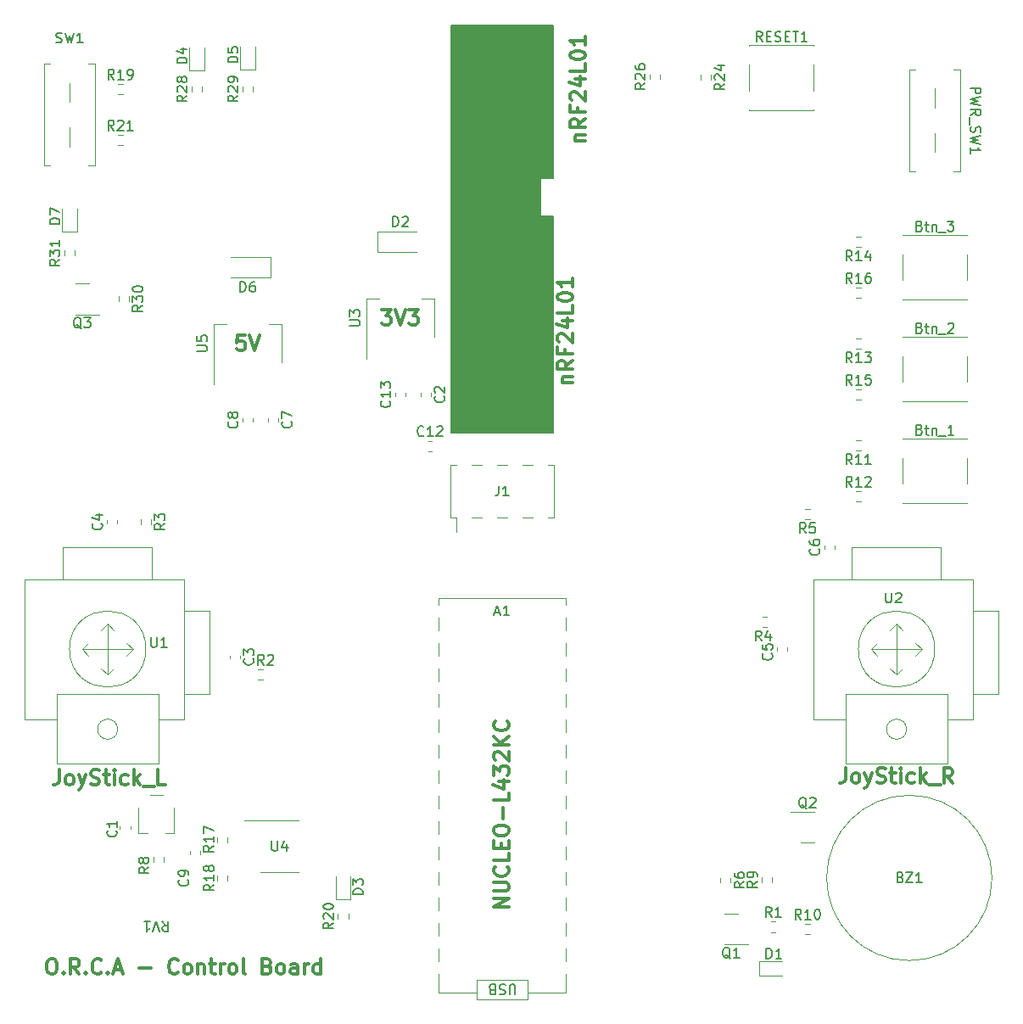
<source format=gbr>
%TF.GenerationSoftware,KiCad,Pcbnew,(6.0.2)*%
%TF.CreationDate,2022-03-25T20:37:14+00:00*%
%TF.ProjectId,controller,636f6e74-726f-46c6-9c65-722e6b696361,V1.2*%
%TF.SameCoordinates,Original*%
%TF.FileFunction,Legend,Top*%
%TF.FilePolarity,Positive*%
%FSLAX46Y46*%
G04 Gerber Fmt 4.6, Leading zero omitted, Abs format (unit mm)*
G04 Created by KiCad (PCBNEW (6.0.2)) date 2022-03-25 20:37:14*
%MOMM*%
%LPD*%
G01*
G04 APERTURE LIST*
%ADD10C,0.150000*%
%ADD11C,0.200000*%
%ADD12C,0.300000*%
%ADD13C,0.120000*%
G04 APERTURE END LIST*
D10*
X158750000Y-52070000D02*
X160020000Y-52070000D01*
X160020000Y-52070000D02*
X160020000Y-67310000D01*
X160020000Y-67310000D02*
X158750000Y-67310000D01*
X158750000Y-67310000D02*
X158750000Y-52070000D01*
G36*
X158750000Y-52070000D02*
G01*
X160020000Y-52070000D01*
X160020000Y-67310000D01*
X158750000Y-67310000D01*
X158750000Y-52070000D01*
G37*
X158750000Y-71120000D02*
X160020000Y-71120000D01*
X160020000Y-71120000D02*
X160020000Y-92710000D01*
X160020000Y-92710000D02*
X158750000Y-92710000D01*
X158750000Y-92710000D02*
X158750000Y-71120000D01*
G36*
X158750000Y-71120000D02*
G01*
X160020000Y-71120000D01*
X160020000Y-92710000D01*
X158750000Y-92710000D01*
X158750000Y-71120000D01*
G37*
D11*
X149860000Y-92710000D02*
X158750000Y-92710000D01*
X158750000Y-92710000D02*
X158750000Y-52070000D01*
X158750000Y-52070000D02*
X149860000Y-52070000D01*
X149860000Y-52070000D02*
X149860000Y-92710000D01*
G36*
X149860000Y-92710000D02*
G01*
X158750000Y-92710000D01*
X158750000Y-52070000D01*
X149860000Y-52070000D01*
X149860000Y-92710000D01*
G37*
D12*
X142922857Y-80458571D02*
X143851428Y-80458571D01*
X143351428Y-81030000D01*
X143565714Y-81030000D01*
X143708571Y-81101428D01*
X143780000Y-81172857D01*
X143851428Y-81315714D01*
X143851428Y-81672857D01*
X143780000Y-81815714D01*
X143708571Y-81887142D01*
X143565714Y-81958571D01*
X143137142Y-81958571D01*
X142994285Y-81887142D01*
X142922857Y-81815714D01*
X144280000Y-80458571D02*
X144780000Y-81958571D01*
X145280000Y-80458571D01*
X145637142Y-80458571D02*
X146565714Y-80458571D01*
X146065714Y-81030000D01*
X146280000Y-81030000D01*
X146422857Y-81101428D01*
X146494285Y-81172857D01*
X146565714Y-81315714D01*
X146565714Y-81672857D01*
X146494285Y-81815714D01*
X146422857Y-81887142D01*
X146280000Y-81958571D01*
X145851428Y-81958571D01*
X145708571Y-81887142D01*
X145637142Y-81815714D01*
X155618571Y-140024285D02*
X154118571Y-140024285D01*
X155618571Y-139167142D01*
X154118571Y-139167142D01*
X154118571Y-138452857D02*
X155332857Y-138452857D01*
X155475714Y-138381428D01*
X155547142Y-138310000D01*
X155618571Y-138167142D01*
X155618571Y-137881428D01*
X155547142Y-137738571D01*
X155475714Y-137667142D01*
X155332857Y-137595714D01*
X154118571Y-137595714D01*
X155475714Y-136024285D02*
X155547142Y-136095714D01*
X155618571Y-136310000D01*
X155618571Y-136452857D01*
X155547142Y-136667142D01*
X155404285Y-136810000D01*
X155261428Y-136881428D01*
X154975714Y-136952857D01*
X154761428Y-136952857D01*
X154475714Y-136881428D01*
X154332857Y-136810000D01*
X154190000Y-136667142D01*
X154118571Y-136452857D01*
X154118571Y-136310000D01*
X154190000Y-136095714D01*
X154261428Y-136024285D01*
X155618571Y-134667142D02*
X155618571Y-135381428D01*
X154118571Y-135381428D01*
X154832857Y-134167142D02*
X154832857Y-133667142D01*
X155618571Y-133452857D02*
X155618571Y-134167142D01*
X154118571Y-134167142D01*
X154118571Y-133452857D01*
X154118571Y-132524285D02*
X154118571Y-132238571D01*
X154190000Y-132095714D01*
X154332857Y-131952857D01*
X154618571Y-131881428D01*
X155118571Y-131881428D01*
X155404285Y-131952857D01*
X155547142Y-132095714D01*
X155618571Y-132238571D01*
X155618571Y-132524285D01*
X155547142Y-132667142D01*
X155404285Y-132810000D01*
X155118571Y-132881428D01*
X154618571Y-132881428D01*
X154332857Y-132810000D01*
X154190000Y-132667142D01*
X154118571Y-132524285D01*
X155047142Y-131238571D02*
X155047142Y-130095714D01*
X155618571Y-128667142D02*
X155618571Y-129381428D01*
X154118571Y-129381428D01*
X154618571Y-127524285D02*
X155618571Y-127524285D01*
X154047142Y-127881428D02*
X155118571Y-128238571D01*
X155118571Y-127310000D01*
X154118571Y-126881428D02*
X154118571Y-125952857D01*
X154690000Y-126452857D01*
X154690000Y-126238571D01*
X154761428Y-126095714D01*
X154832857Y-126024285D01*
X154975714Y-125952857D01*
X155332857Y-125952857D01*
X155475714Y-126024285D01*
X155547142Y-126095714D01*
X155618571Y-126238571D01*
X155618571Y-126667142D01*
X155547142Y-126810000D01*
X155475714Y-126881428D01*
X154261428Y-125381428D02*
X154190000Y-125310000D01*
X154118571Y-125167142D01*
X154118571Y-124810000D01*
X154190000Y-124667142D01*
X154261428Y-124595714D01*
X154404285Y-124524285D01*
X154547142Y-124524285D01*
X154761428Y-124595714D01*
X155618571Y-125452857D01*
X155618571Y-124524285D01*
X155618571Y-123881428D02*
X154118571Y-123881428D01*
X155618571Y-123024285D02*
X154761428Y-123667142D01*
X154118571Y-123024285D02*
X154975714Y-123881428D01*
X155475714Y-121524285D02*
X155547142Y-121595714D01*
X155618571Y-121810000D01*
X155618571Y-121952857D01*
X155547142Y-122167142D01*
X155404285Y-122310000D01*
X155261428Y-122381428D01*
X154975714Y-122452857D01*
X154761428Y-122452857D01*
X154475714Y-122381428D01*
X154332857Y-122310000D01*
X154190000Y-122167142D01*
X154118571Y-121952857D01*
X154118571Y-121810000D01*
X154190000Y-121595714D01*
X154261428Y-121524285D01*
X189202857Y-126178571D02*
X189202857Y-127250000D01*
X189131428Y-127464285D01*
X188988571Y-127607142D01*
X188774285Y-127678571D01*
X188631428Y-127678571D01*
X190131428Y-127678571D02*
X189988571Y-127607142D01*
X189917142Y-127535714D01*
X189845714Y-127392857D01*
X189845714Y-126964285D01*
X189917142Y-126821428D01*
X189988571Y-126750000D01*
X190131428Y-126678571D01*
X190345714Y-126678571D01*
X190488571Y-126750000D01*
X190560000Y-126821428D01*
X190631428Y-126964285D01*
X190631428Y-127392857D01*
X190560000Y-127535714D01*
X190488571Y-127607142D01*
X190345714Y-127678571D01*
X190131428Y-127678571D01*
X191131428Y-126678571D02*
X191488571Y-127678571D01*
X191845714Y-126678571D02*
X191488571Y-127678571D01*
X191345714Y-128035714D01*
X191274285Y-128107142D01*
X191131428Y-128178571D01*
X192345714Y-127607142D02*
X192560000Y-127678571D01*
X192917142Y-127678571D01*
X193060000Y-127607142D01*
X193131428Y-127535714D01*
X193202857Y-127392857D01*
X193202857Y-127250000D01*
X193131428Y-127107142D01*
X193060000Y-127035714D01*
X192917142Y-126964285D01*
X192631428Y-126892857D01*
X192488571Y-126821428D01*
X192417142Y-126750000D01*
X192345714Y-126607142D01*
X192345714Y-126464285D01*
X192417142Y-126321428D01*
X192488571Y-126250000D01*
X192631428Y-126178571D01*
X192988571Y-126178571D01*
X193202857Y-126250000D01*
X193631428Y-126678571D02*
X194202857Y-126678571D01*
X193845714Y-126178571D02*
X193845714Y-127464285D01*
X193917142Y-127607142D01*
X194060000Y-127678571D01*
X194202857Y-127678571D01*
X194702857Y-127678571D02*
X194702857Y-126678571D01*
X194702857Y-126178571D02*
X194631428Y-126250000D01*
X194702857Y-126321428D01*
X194774285Y-126250000D01*
X194702857Y-126178571D01*
X194702857Y-126321428D01*
X196060000Y-127607142D02*
X195917142Y-127678571D01*
X195631428Y-127678571D01*
X195488571Y-127607142D01*
X195417142Y-127535714D01*
X195345714Y-127392857D01*
X195345714Y-126964285D01*
X195417142Y-126821428D01*
X195488571Y-126750000D01*
X195631428Y-126678571D01*
X195917142Y-126678571D01*
X196060000Y-126750000D01*
X196702857Y-127678571D02*
X196702857Y-126178571D01*
X196845714Y-127107142D02*
X197274285Y-127678571D01*
X197274285Y-126678571D02*
X196702857Y-127250000D01*
X197560000Y-127821428D02*
X198702857Y-127821428D01*
X199917142Y-127678571D02*
X199417142Y-126964285D01*
X199060000Y-127678571D02*
X199060000Y-126178571D01*
X199631428Y-126178571D01*
X199774285Y-126250000D01*
X199845714Y-126321428D01*
X199917142Y-126464285D01*
X199917142Y-126678571D01*
X199845714Y-126821428D01*
X199774285Y-126892857D01*
X199631428Y-126964285D01*
X199060000Y-126964285D01*
X129254285Y-82998571D02*
X128540000Y-82998571D01*
X128468571Y-83712857D01*
X128540000Y-83641428D01*
X128682857Y-83570000D01*
X129040000Y-83570000D01*
X129182857Y-83641428D01*
X129254285Y-83712857D01*
X129325714Y-83855714D01*
X129325714Y-84212857D01*
X129254285Y-84355714D01*
X129182857Y-84427142D01*
X129040000Y-84498571D01*
X128682857Y-84498571D01*
X128540000Y-84427142D01*
X128468571Y-84355714D01*
X129754285Y-82998571D02*
X130254285Y-84498571D01*
X130754285Y-82998571D01*
X110741080Y-126360194D02*
X110741080Y-127431623D01*
X110669651Y-127645908D01*
X110526794Y-127788765D01*
X110312508Y-127860194D01*
X110169651Y-127860194D01*
X111669651Y-127860194D02*
X111526794Y-127788765D01*
X111455366Y-127717337D01*
X111383937Y-127574480D01*
X111383937Y-127145908D01*
X111455366Y-127003051D01*
X111526794Y-126931623D01*
X111669651Y-126860194D01*
X111883937Y-126860194D01*
X112026794Y-126931623D01*
X112098223Y-127003051D01*
X112169651Y-127145908D01*
X112169651Y-127574480D01*
X112098223Y-127717337D01*
X112026794Y-127788765D01*
X111883937Y-127860194D01*
X111669651Y-127860194D01*
X112669651Y-126860194D02*
X113026794Y-127860194D01*
X113383937Y-126860194D02*
X113026794Y-127860194D01*
X112883937Y-128217337D01*
X112812508Y-128288765D01*
X112669651Y-128360194D01*
X113883937Y-127788765D02*
X114098223Y-127860194D01*
X114455366Y-127860194D01*
X114598223Y-127788765D01*
X114669651Y-127717337D01*
X114741080Y-127574480D01*
X114741080Y-127431623D01*
X114669651Y-127288765D01*
X114598223Y-127217337D01*
X114455366Y-127145908D01*
X114169651Y-127074480D01*
X114026794Y-127003051D01*
X113955366Y-126931623D01*
X113883937Y-126788765D01*
X113883937Y-126645908D01*
X113955366Y-126503051D01*
X114026794Y-126431623D01*
X114169651Y-126360194D01*
X114526794Y-126360194D01*
X114741080Y-126431623D01*
X115169651Y-126860194D02*
X115741080Y-126860194D01*
X115383937Y-126360194D02*
X115383937Y-127645908D01*
X115455366Y-127788765D01*
X115598223Y-127860194D01*
X115741080Y-127860194D01*
X116241080Y-127860194D02*
X116241080Y-126860194D01*
X116241080Y-126360194D02*
X116169651Y-126431623D01*
X116241080Y-126503051D01*
X116312508Y-126431623D01*
X116241080Y-126360194D01*
X116241080Y-126503051D01*
X117598223Y-127788765D02*
X117455366Y-127860194D01*
X117169651Y-127860194D01*
X117026794Y-127788765D01*
X116955366Y-127717337D01*
X116883937Y-127574480D01*
X116883937Y-127145908D01*
X116955366Y-127003051D01*
X117026794Y-126931623D01*
X117169651Y-126860194D01*
X117455366Y-126860194D01*
X117598223Y-126931623D01*
X118241080Y-127860194D02*
X118241080Y-126360194D01*
X118383937Y-127288765D02*
X118812508Y-127860194D01*
X118812508Y-126860194D02*
X118241080Y-127431623D01*
X119098223Y-128003051D02*
X120241080Y-128003051D01*
X121312508Y-127860194D02*
X120598223Y-127860194D01*
X120598223Y-126360194D01*
X162238571Y-63598571D02*
X163238571Y-63598571D01*
X162381428Y-63598571D02*
X162310000Y-63527142D01*
X162238571Y-63384285D01*
X162238571Y-63170000D01*
X162310000Y-63027142D01*
X162452857Y-62955714D01*
X163238571Y-62955714D01*
X163238571Y-61384285D02*
X162524285Y-61884285D01*
X163238571Y-62241428D02*
X161738571Y-62241428D01*
X161738571Y-61670000D01*
X161810000Y-61527142D01*
X161881428Y-61455714D01*
X162024285Y-61384285D01*
X162238571Y-61384285D01*
X162381428Y-61455714D01*
X162452857Y-61527142D01*
X162524285Y-61670000D01*
X162524285Y-62241428D01*
X162452857Y-60241428D02*
X162452857Y-60741428D01*
X163238571Y-60741428D02*
X161738571Y-60741428D01*
X161738571Y-60027142D01*
X161881428Y-59527142D02*
X161810000Y-59455714D01*
X161738571Y-59312857D01*
X161738571Y-58955714D01*
X161810000Y-58812857D01*
X161881428Y-58741428D01*
X162024285Y-58670000D01*
X162167142Y-58670000D01*
X162381428Y-58741428D01*
X163238571Y-59598571D01*
X163238571Y-58670000D01*
X162238571Y-57384285D02*
X163238571Y-57384285D01*
X161667142Y-57741428D02*
X162738571Y-58098571D01*
X162738571Y-57170000D01*
X163238571Y-55884285D02*
X163238571Y-56598571D01*
X161738571Y-56598571D01*
X161738571Y-55098571D02*
X161738571Y-54955714D01*
X161810000Y-54812857D01*
X161881428Y-54741428D01*
X162024285Y-54670000D01*
X162310000Y-54598571D01*
X162667142Y-54598571D01*
X162952857Y-54670000D01*
X163095714Y-54741428D01*
X163167142Y-54812857D01*
X163238571Y-54955714D01*
X163238571Y-55098571D01*
X163167142Y-55241428D01*
X163095714Y-55312857D01*
X162952857Y-55384285D01*
X162667142Y-55455714D01*
X162310000Y-55455714D01*
X162024285Y-55384285D01*
X161881428Y-55312857D01*
X161810000Y-55241428D01*
X161738571Y-55098571D01*
X163238571Y-53170000D02*
X163238571Y-54027142D01*
X163238571Y-53598571D02*
X161738571Y-53598571D01*
X161952857Y-53741428D01*
X162095714Y-53884285D01*
X162167142Y-54027142D01*
X160968571Y-87728571D02*
X161968571Y-87728571D01*
X161111428Y-87728571D02*
X161040000Y-87657142D01*
X160968571Y-87514285D01*
X160968571Y-87300000D01*
X161040000Y-87157142D01*
X161182857Y-87085714D01*
X161968571Y-87085714D01*
X161968571Y-85514285D02*
X161254285Y-86014285D01*
X161968571Y-86371428D02*
X160468571Y-86371428D01*
X160468571Y-85800000D01*
X160540000Y-85657142D01*
X160611428Y-85585714D01*
X160754285Y-85514285D01*
X160968571Y-85514285D01*
X161111428Y-85585714D01*
X161182857Y-85657142D01*
X161254285Y-85800000D01*
X161254285Y-86371428D01*
X161182857Y-84371428D02*
X161182857Y-84871428D01*
X161968571Y-84871428D02*
X160468571Y-84871428D01*
X160468571Y-84157142D01*
X160611428Y-83657142D02*
X160540000Y-83585714D01*
X160468571Y-83442857D01*
X160468571Y-83085714D01*
X160540000Y-82942857D01*
X160611428Y-82871428D01*
X160754285Y-82800000D01*
X160897142Y-82800000D01*
X161111428Y-82871428D01*
X161968571Y-83728571D01*
X161968571Y-82800000D01*
X160968571Y-81514285D02*
X161968571Y-81514285D01*
X160397142Y-81871428D02*
X161468571Y-82228571D01*
X161468571Y-81300000D01*
X161968571Y-80014285D02*
X161968571Y-80728571D01*
X160468571Y-80728571D01*
X160468571Y-79228571D02*
X160468571Y-79085714D01*
X160540000Y-78942857D01*
X160611428Y-78871428D01*
X160754285Y-78800000D01*
X161040000Y-78728571D01*
X161397142Y-78728571D01*
X161682857Y-78800000D01*
X161825714Y-78871428D01*
X161897142Y-78942857D01*
X161968571Y-79085714D01*
X161968571Y-79228571D01*
X161897142Y-79371428D01*
X161825714Y-79442857D01*
X161682857Y-79514285D01*
X161397142Y-79585714D01*
X161040000Y-79585714D01*
X160754285Y-79514285D01*
X160611428Y-79442857D01*
X160540000Y-79371428D01*
X160468571Y-79228571D01*
X161968571Y-77300000D02*
X161968571Y-78157142D01*
X161968571Y-77728571D02*
X160468571Y-77728571D01*
X160682857Y-77871428D01*
X160825714Y-78014285D01*
X160897142Y-78157142D01*
X109868571Y-145228571D02*
X110154285Y-145228571D01*
X110297142Y-145300000D01*
X110440000Y-145442857D01*
X110511428Y-145728571D01*
X110511428Y-146228571D01*
X110440000Y-146514285D01*
X110297142Y-146657142D01*
X110154285Y-146728571D01*
X109868571Y-146728571D01*
X109725714Y-146657142D01*
X109582857Y-146514285D01*
X109511428Y-146228571D01*
X109511428Y-145728571D01*
X109582857Y-145442857D01*
X109725714Y-145300000D01*
X109868571Y-145228571D01*
X111154285Y-146585714D02*
X111225714Y-146657142D01*
X111154285Y-146728571D01*
X111082857Y-146657142D01*
X111154285Y-146585714D01*
X111154285Y-146728571D01*
X112725714Y-146728571D02*
X112225714Y-146014285D01*
X111868571Y-146728571D02*
X111868571Y-145228571D01*
X112440000Y-145228571D01*
X112582857Y-145300000D01*
X112654285Y-145371428D01*
X112725714Y-145514285D01*
X112725714Y-145728571D01*
X112654285Y-145871428D01*
X112582857Y-145942857D01*
X112440000Y-146014285D01*
X111868571Y-146014285D01*
X113368571Y-146585714D02*
X113440000Y-146657142D01*
X113368571Y-146728571D01*
X113297142Y-146657142D01*
X113368571Y-146585714D01*
X113368571Y-146728571D01*
X114940000Y-146585714D02*
X114868571Y-146657142D01*
X114654285Y-146728571D01*
X114511428Y-146728571D01*
X114297142Y-146657142D01*
X114154285Y-146514285D01*
X114082857Y-146371428D01*
X114011428Y-146085714D01*
X114011428Y-145871428D01*
X114082857Y-145585714D01*
X114154285Y-145442857D01*
X114297142Y-145300000D01*
X114511428Y-145228571D01*
X114654285Y-145228571D01*
X114868571Y-145300000D01*
X114940000Y-145371428D01*
X115582857Y-146585714D02*
X115654285Y-146657142D01*
X115582857Y-146728571D01*
X115511428Y-146657142D01*
X115582857Y-146585714D01*
X115582857Y-146728571D01*
X116225714Y-146300000D02*
X116940000Y-146300000D01*
X116082857Y-146728571D02*
X116582857Y-145228571D01*
X117082857Y-146728571D01*
X118725714Y-146157142D02*
X119868571Y-146157142D01*
X122582857Y-146585714D02*
X122511428Y-146657142D01*
X122297142Y-146728571D01*
X122154285Y-146728571D01*
X121940000Y-146657142D01*
X121797142Y-146514285D01*
X121725714Y-146371428D01*
X121654285Y-146085714D01*
X121654285Y-145871428D01*
X121725714Y-145585714D01*
X121797142Y-145442857D01*
X121940000Y-145300000D01*
X122154285Y-145228571D01*
X122297142Y-145228571D01*
X122511428Y-145300000D01*
X122582857Y-145371428D01*
X123440000Y-146728571D02*
X123297142Y-146657142D01*
X123225714Y-146585714D01*
X123154285Y-146442857D01*
X123154285Y-146014285D01*
X123225714Y-145871428D01*
X123297142Y-145800000D01*
X123440000Y-145728571D01*
X123654285Y-145728571D01*
X123797142Y-145800000D01*
X123868571Y-145871428D01*
X123940000Y-146014285D01*
X123940000Y-146442857D01*
X123868571Y-146585714D01*
X123797142Y-146657142D01*
X123654285Y-146728571D01*
X123440000Y-146728571D01*
X124582857Y-145728571D02*
X124582857Y-146728571D01*
X124582857Y-145871428D02*
X124654285Y-145800000D01*
X124797142Y-145728571D01*
X125011428Y-145728571D01*
X125154285Y-145800000D01*
X125225714Y-145942857D01*
X125225714Y-146728571D01*
X125725714Y-145728571D02*
X126297142Y-145728571D01*
X125940000Y-145228571D02*
X125940000Y-146514285D01*
X126011428Y-146657142D01*
X126154285Y-146728571D01*
X126297142Y-146728571D01*
X126797142Y-146728571D02*
X126797142Y-145728571D01*
X126797142Y-146014285D02*
X126868571Y-145871428D01*
X126940000Y-145800000D01*
X127082857Y-145728571D01*
X127225714Y-145728571D01*
X127940000Y-146728571D02*
X127797142Y-146657142D01*
X127725714Y-146585714D01*
X127654285Y-146442857D01*
X127654285Y-146014285D01*
X127725714Y-145871428D01*
X127797142Y-145800000D01*
X127940000Y-145728571D01*
X128154285Y-145728571D01*
X128297142Y-145800000D01*
X128368571Y-145871428D01*
X128440000Y-146014285D01*
X128440000Y-146442857D01*
X128368571Y-146585714D01*
X128297142Y-146657142D01*
X128154285Y-146728571D01*
X127940000Y-146728571D01*
X129297142Y-146728571D02*
X129154285Y-146657142D01*
X129082857Y-146514285D01*
X129082857Y-145228571D01*
X131511428Y-145942857D02*
X131725714Y-146014285D01*
X131797142Y-146085714D01*
X131868571Y-146228571D01*
X131868571Y-146442857D01*
X131797142Y-146585714D01*
X131725714Y-146657142D01*
X131582857Y-146728571D01*
X131011428Y-146728571D01*
X131011428Y-145228571D01*
X131511428Y-145228571D01*
X131654285Y-145300000D01*
X131725714Y-145371428D01*
X131797142Y-145514285D01*
X131797142Y-145657142D01*
X131725714Y-145800000D01*
X131654285Y-145871428D01*
X131511428Y-145942857D01*
X131011428Y-145942857D01*
X132725714Y-146728571D02*
X132582857Y-146657142D01*
X132511428Y-146585714D01*
X132440000Y-146442857D01*
X132440000Y-146014285D01*
X132511428Y-145871428D01*
X132582857Y-145800000D01*
X132725714Y-145728571D01*
X132940000Y-145728571D01*
X133082857Y-145800000D01*
X133154285Y-145871428D01*
X133225714Y-146014285D01*
X133225714Y-146442857D01*
X133154285Y-146585714D01*
X133082857Y-146657142D01*
X132940000Y-146728571D01*
X132725714Y-146728571D01*
X134511428Y-146728571D02*
X134511428Y-145942857D01*
X134440000Y-145800000D01*
X134297142Y-145728571D01*
X134011428Y-145728571D01*
X133868571Y-145800000D01*
X134511428Y-146657142D02*
X134368571Y-146728571D01*
X134011428Y-146728571D01*
X133868571Y-146657142D01*
X133797142Y-146514285D01*
X133797142Y-146371428D01*
X133868571Y-146228571D01*
X134011428Y-146157142D01*
X134368571Y-146157142D01*
X134511428Y-146085714D01*
X135225714Y-146728571D02*
X135225714Y-145728571D01*
X135225714Y-146014285D02*
X135297142Y-145871428D01*
X135368571Y-145800000D01*
X135511428Y-145728571D01*
X135654285Y-145728571D01*
X136797142Y-146728571D02*
X136797142Y-145228571D01*
X136797142Y-146657142D02*
X136654285Y-146728571D01*
X136368571Y-146728571D01*
X136225714Y-146657142D01*
X136154285Y-146585714D01*
X136082857Y-146442857D01*
X136082857Y-146014285D01*
X136154285Y-145871428D01*
X136225714Y-145800000D01*
X136368571Y-145728571D01*
X136654285Y-145728571D01*
X136797142Y-145800000D01*
D10*
%TO.C,U4*%
X131953095Y-133437380D02*
X131953095Y-134246904D01*
X132000714Y-134342142D01*
X132048333Y-134389761D01*
X132143571Y-134437380D01*
X132334047Y-134437380D01*
X132429285Y-134389761D01*
X132476904Y-134342142D01*
X132524523Y-134246904D01*
X132524523Y-133437380D01*
X133429285Y-133770714D02*
X133429285Y-134437380D01*
X133191190Y-133389761D02*
X132953095Y-134104047D01*
X133572142Y-134104047D01*
%TO.C,D6*%
X128801904Y-78652380D02*
X128801904Y-77652380D01*
X129040000Y-77652380D01*
X129182857Y-77700000D01*
X129278095Y-77795238D01*
X129325714Y-77890476D01*
X129373333Y-78080952D01*
X129373333Y-78223809D01*
X129325714Y-78414285D01*
X129278095Y-78509523D01*
X129182857Y-78604761D01*
X129040000Y-78652380D01*
X128801904Y-78652380D01*
X130230476Y-77652380D02*
X130040000Y-77652380D01*
X129944761Y-77700000D01*
X129897142Y-77747619D01*
X129801904Y-77890476D01*
X129754285Y-78080952D01*
X129754285Y-78461904D01*
X129801904Y-78557142D01*
X129849523Y-78604761D01*
X129944761Y-78652380D01*
X130135238Y-78652380D01*
X130230476Y-78604761D01*
X130278095Y-78557142D01*
X130325714Y-78461904D01*
X130325714Y-78223809D01*
X130278095Y-78128571D01*
X130230476Y-78080952D01*
X130135238Y-78033333D01*
X129944761Y-78033333D01*
X129849523Y-78080952D01*
X129801904Y-78128571D01*
X129754285Y-78223809D01*
%TO.C,D2*%
X144041904Y-72112380D02*
X144041904Y-71112380D01*
X144280000Y-71112380D01*
X144422857Y-71160000D01*
X144518095Y-71255238D01*
X144565714Y-71350476D01*
X144613333Y-71540952D01*
X144613333Y-71683809D01*
X144565714Y-71874285D01*
X144518095Y-71969523D01*
X144422857Y-72064761D01*
X144280000Y-72112380D01*
X144041904Y-72112380D01*
X144994285Y-71207619D02*
X145041904Y-71160000D01*
X145137142Y-71112380D01*
X145375238Y-71112380D01*
X145470476Y-71160000D01*
X145518095Y-71207619D01*
X145565714Y-71302857D01*
X145565714Y-71398095D01*
X145518095Y-71540952D01*
X144946666Y-72112380D01*
X145565714Y-72112380D01*
%TO.C,D3*%
X141040544Y-138767961D02*
X140040544Y-138767961D01*
X140040544Y-138529866D01*
X140088164Y-138387008D01*
X140183402Y-138291770D01*
X140278640Y-138244151D01*
X140469116Y-138196532D01*
X140611973Y-138196532D01*
X140802449Y-138244151D01*
X140897687Y-138291770D01*
X140992925Y-138387008D01*
X141040544Y-138529866D01*
X141040544Y-138767961D01*
X140040544Y-137863199D02*
X140040544Y-137244151D01*
X140421497Y-137577485D01*
X140421497Y-137434627D01*
X140469116Y-137339389D01*
X140516735Y-137291770D01*
X140611973Y-137244151D01*
X140850068Y-137244151D01*
X140945306Y-137291770D01*
X140992925Y-137339389D01*
X141040544Y-137434627D01*
X141040544Y-137720342D01*
X140992925Y-137815580D01*
X140945306Y-137863199D01*
%TO.C,C4*%
X114934202Y-101766666D02*
X114981821Y-101814285D01*
X115029440Y-101957142D01*
X115029440Y-102052380D01*
X114981821Y-102195238D01*
X114886583Y-102290476D01*
X114791345Y-102338095D01*
X114600869Y-102385714D01*
X114458012Y-102385714D01*
X114267536Y-102338095D01*
X114172298Y-102290476D01*
X114077060Y-102195238D01*
X114029440Y-102052380D01*
X114029440Y-101957142D01*
X114077060Y-101814285D01*
X114124679Y-101766666D01*
X114362774Y-100909523D02*
X115029440Y-100909523D01*
X113981821Y-101147619D02*
X114696107Y-101385714D01*
X114696107Y-100766666D01*
%TO.C,C3*%
X130057142Y-115252183D02*
X130104761Y-115299802D01*
X130152380Y-115442659D01*
X130152380Y-115537897D01*
X130104761Y-115680755D01*
X130009523Y-115775993D01*
X129914285Y-115823612D01*
X129723809Y-115871231D01*
X129580952Y-115871231D01*
X129390476Y-115823612D01*
X129295238Y-115775993D01*
X129200000Y-115680755D01*
X129152380Y-115537897D01*
X129152380Y-115442659D01*
X129200000Y-115299802D01*
X129247619Y-115252183D01*
X129152380Y-114918850D02*
X129152380Y-114299802D01*
X129533333Y-114633136D01*
X129533333Y-114490278D01*
X129580952Y-114395040D01*
X129628571Y-114347421D01*
X129723809Y-114299802D01*
X129961904Y-114299802D01*
X130057142Y-114347421D01*
X130104761Y-114395040D01*
X130152380Y-114490278D01*
X130152380Y-114775993D01*
X130104761Y-114871231D01*
X130057142Y-114918850D01*
%TO.C,RESET1*%
X180899754Y-53663982D02*
X180566421Y-53187792D01*
X180328326Y-53663982D02*
X180328326Y-52663982D01*
X180709278Y-52663982D01*
X180804516Y-52711602D01*
X180852135Y-52759221D01*
X180899754Y-52854459D01*
X180899754Y-52997316D01*
X180852135Y-53092554D01*
X180804516Y-53140173D01*
X180709278Y-53187792D01*
X180328326Y-53187792D01*
X181328326Y-53140173D02*
X181661659Y-53140173D01*
X181804516Y-53663982D02*
X181328326Y-53663982D01*
X181328326Y-52663982D01*
X181804516Y-52663982D01*
X182185468Y-53616363D02*
X182328326Y-53663982D01*
X182566421Y-53663982D01*
X182661659Y-53616363D01*
X182709278Y-53568744D01*
X182756897Y-53473506D01*
X182756897Y-53378268D01*
X182709278Y-53283030D01*
X182661659Y-53235411D01*
X182566421Y-53187792D01*
X182375945Y-53140173D01*
X182280706Y-53092554D01*
X182233087Y-53044935D01*
X182185468Y-52949697D01*
X182185468Y-52854459D01*
X182233087Y-52759221D01*
X182280706Y-52711602D01*
X182375945Y-52663982D01*
X182614040Y-52663982D01*
X182756897Y-52711602D01*
X183185468Y-53140173D02*
X183518802Y-53140173D01*
X183661659Y-53663982D02*
X183185468Y-53663982D01*
X183185468Y-52663982D01*
X183661659Y-52663982D01*
X183947373Y-52663982D02*
X184518802Y-52663982D01*
X184233087Y-53663982D02*
X184233087Y-52663982D01*
X185375945Y-53663982D02*
X184804516Y-53663982D01*
X185090230Y-53663982D02*
X185090230Y-52663982D01*
X184994992Y-52806840D01*
X184899754Y-52902078D01*
X184804516Y-52949697D01*
%TO.C,R1*%
X181827970Y-141038380D02*
X181494637Y-140562190D01*
X181256541Y-141038380D02*
X181256541Y-140038380D01*
X181637494Y-140038380D01*
X181732732Y-140086000D01*
X181780351Y-140133619D01*
X181827970Y-140228857D01*
X181827970Y-140371714D01*
X181780351Y-140466952D01*
X181732732Y-140514571D01*
X181637494Y-140562190D01*
X181256541Y-140562190D01*
X182780351Y-141038380D02*
X182208922Y-141038380D01*
X182494637Y-141038380D02*
X182494637Y-140038380D01*
X182399398Y-140181238D01*
X182304160Y-140276476D01*
X182208922Y-140324095D01*
%TO.C,RV1*%
X121019144Y-141450010D02*
X121352477Y-141926200D01*
X121590572Y-141450010D02*
X121590572Y-142450010D01*
X121209620Y-142450010D01*
X121114382Y-142402391D01*
X121066763Y-142354771D01*
X121019144Y-142259533D01*
X121019144Y-142116676D01*
X121066763Y-142021438D01*
X121114382Y-141973819D01*
X121209620Y-141926200D01*
X121590572Y-141926200D01*
X120733429Y-142450010D02*
X120400096Y-141450010D01*
X120066763Y-142450010D01*
X119209620Y-141450010D02*
X119781048Y-141450010D01*
X119495334Y-141450010D02*
X119495334Y-142450010D01*
X119590572Y-142307152D01*
X119685810Y-142211914D01*
X119781048Y-142164295D01*
%TO.C,C1*%
X116398625Y-132416994D02*
X116446244Y-132464613D01*
X116493863Y-132607470D01*
X116493863Y-132702708D01*
X116446244Y-132845566D01*
X116351006Y-132940804D01*
X116255768Y-132988423D01*
X116065292Y-133036042D01*
X115922435Y-133036042D01*
X115731959Y-132988423D01*
X115636721Y-132940804D01*
X115541483Y-132845566D01*
X115493863Y-132702708D01*
X115493863Y-132607470D01*
X115541483Y-132464613D01*
X115589102Y-132416994D01*
X116493863Y-131464613D02*
X116493863Y-132036042D01*
X116493863Y-131750328D02*
X115493863Y-131750328D01*
X115636721Y-131845566D01*
X115731959Y-131940804D01*
X115779578Y-132036042D01*
%TO.C,PWR_SW1*%
X201707619Y-58301904D02*
X202707619Y-58301904D01*
X202707619Y-58682857D01*
X202660000Y-58778095D01*
X202612380Y-58825714D01*
X202517142Y-58873333D01*
X202374285Y-58873333D01*
X202279047Y-58825714D01*
X202231428Y-58778095D01*
X202183809Y-58682857D01*
X202183809Y-58301904D01*
X202707619Y-59206666D02*
X201707619Y-59444761D01*
X202421904Y-59635238D01*
X201707619Y-59825714D01*
X202707619Y-60063809D01*
X201707619Y-61016190D02*
X202183809Y-60682857D01*
X201707619Y-60444761D02*
X202707619Y-60444761D01*
X202707619Y-60825714D01*
X202660000Y-60920952D01*
X202612380Y-60968571D01*
X202517142Y-61016190D01*
X202374285Y-61016190D01*
X202279047Y-60968571D01*
X202231428Y-60920952D01*
X202183809Y-60825714D01*
X202183809Y-60444761D01*
X201612380Y-61206666D02*
X201612380Y-61968571D01*
X201755238Y-62159047D02*
X201707619Y-62301904D01*
X201707619Y-62540000D01*
X201755238Y-62635238D01*
X201802857Y-62682857D01*
X201898095Y-62730476D01*
X201993333Y-62730476D01*
X202088571Y-62682857D01*
X202136190Y-62635238D01*
X202183809Y-62540000D01*
X202231428Y-62349523D01*
X202279047Y-62254285D01*
X202326666Y-62206666D01*
X202421904Y-62159047D01*
X202517142Y-62159047D01*
X202612380Y-62206666D01*
X202660000Y-62254285D01*
X202707619Y-62349523D01*
X202707619Y-62587619D01*
X202660000Y-62730476D01*
X202707619Y-63063809D02*
X201707619Y-63301904D01*
X202421904Y-63492380D01*
X201707619Y-63682857D01*
X202707619Y-63920952D01*
X201707619Y-64825714D02*
X201707619Y-64254285D01*
X201707619Y-64540000D02*
X202707619Y-64540000D01*
X202564761Y-64444761D01*
X202469523Y-64349523D01*
X202421904Y-64254285D01*
%TO.C,R2*%
X131173324Y-115877404D02*
X130839991Y-115401214D01*
X130601895Y-115877404D02*
X130601895Y-114877404D01*
X130982848Y-114877404D01*
X131078086Y-114925024D01*
X131125705Y-114972643D01*
X131173324Y-115067881D01*
X131173324Y-115210738D01*
X131125705Y-115305976D01*
X131078086Y-115353595D01*
X130982848Y-115401214D01*
X130601895Y-115401214D01*
X131554276Y-114972643D02*
X131601895Y-114925024D01*
X131697133Y-114877404D01*
X131935229Y-114877404D01*
X132030467Y-114925024D01*
X132078086Y-114972643D01*
X132125705Y-115067881D01*
X132125705Y-115163119D01*
X132078086Y-115305976D01*
X131506657Y-115877404D01*
X132125705Y-115877404D01*
%TO.C,R17*%
X126121887Y-133932183D02*
X125645697Y-134265516D01*
X126121887Y-134503611D02*
X125121887Y-134503611D01*
X125121887Y-134122659D01*
X125169507Y-134027421D01*
X125217126Y-133979802D01*
X125312364Y-133932183D01*
X125455221Y-133932183D01*
X125550459Y-133979802D01*
X125598078Y-134027421D01*
X125645697Y-134122659D01*
X125645697Y-134503611D01*
X126121887Y-132979802D02*
X126121887Y-133551230D01*
X126121887Y-133265516D02*
X125121887Y-133265516D01*
X125264745Y-133360754D01*
X125359983Y-133455992D01*
X125407602Y-133551230D01*
X125121887Y-132646468D02*
X125121887Y-131979802D01*
X126121887Y-132408373D01*
%TO.C,R10*%
X184777142Y-141262380D02*
X184443809Y-140786190D01*
X184205714Y-141262380D02*
X184205714Y-140262380D01*
X184586666Y-140262380D01*
X184681904Y-140310000D01*
X184729523Y-140357619D01*
X184777142Y-140452857D01*
X184777142Y-140595714D01*
X184729523Y-140690952D01*
X184681904Y-140738571D01*
X184586666Y-140786190D01*
X184205714Y-140786190D01*
X185729523Y-141262380D02*
X185158095Y-141262380D01*
X185443809Y-141262380D02*
X185443809Y-140262380D01*
X185348571Y-140405238D01*
X185253333Y-140500476D01*
X185158095Y-140548095D01*
X186348571Y-140262380D02*
X186443809Y-140262380D01*
X186539047Y-140310000D01*
X186586666Y-140357619D01*
X186634285Y-140452857D01*
X186681904Y-140643333D01*
X186681904Y-140881428D01*
X186634285Y-141071904D01*
X186586666Y-141167142D01*
X186539047Y-141214761D01*
X186443809Y-141262380D01*
X186348571Y-141262380D01*
X186253333Y-141214761D01*
X186205714Y-141167142D01*
X186158095Y-141071904D01*
X186110476Y-140881428D01*
X186110476Y-140643333D01*
X186158095Y-140452857D01*
X186205714Y-140357619D01*
X186253333Y-140310000D01*
X186348571Y-140262380D01*
%TO.C,R9*%
X180401277Y-137477093D02*
X179925087Y-137810427D01*
X180401277Y-138048522D02*
X179401277Y-138048522D01*
X179401277Y-137667569D01*
X179448897Y-137572331D01*
X179496516Y-137524712D01*
X179591754Y-137477093D01*
X179734611Y-137477093D01*
X179829849Y-137524712D01*
X179877468Y-137572331D01*
X179925087Y-137667569D01*
X179925087Y-138048522D01*
X180401277Y-137000903D02*
X180401277Y-136810427D01*
X180353658Y-136715188D01*
X180306039Y-136667569D01*
X180163182Y-136572331D01*
X179972706Y-136524712D01*
X179591754Y-136524712D01*
X179496516Y-136572331D01*
X179448897Y-136619950D01*
X179401277Y-136715188D01*
X179401277Y-136905665D01*
X179448897Y-137000903D01*
X179496516Y-137048522D01*
X179591754Y-137096141D01*
X179829849Y-137096141D01*
X179925087Y-137048522D01*
X179972706Y-137000903D01*
X180020325Y-136905665D01*
X180020325Y-136715188D01*
X179972706Y-136619950D01*
X179925087Y-136572331D01*
X179829849Y-136524712D01*
%TO.C,R16*%
X189857142Y-77762380D02*
X189523809Y-77286190D01*
X189285714Y-77762380D02*
X189285714Y-76762380D01*
X189666666Y-76762380D01*
X189761904Y-76810000D01*
X189809523Y-76857619D01*
X189857142Y-76952857D01*
X189857142Y-77095714D01*
X189809523Y-77190952D01*
X189761904Y-77238571D01*
X189666666Y-77286190D01*
X189285714Y-77286190D01*
X190809523Y-77762380D02*
X190238095Y-77762380D01*
X190523809Y-77762380D02*
X190523809Y-76762380D01*
X190428571Y-76905238D01*
X190333333Y-77000476D01*
X190238095Y-77048095D01*
X191666666Y-76762380D02*
X191476190Y-76762380D01*
X191380952Y-76810000D01*
X191333333Y-76857619D01*
X191238095Y-77000476D01*
X191190476Y-77190952D01*
X191190476Y-77571904D01*
X191238095Y-77667142D01*
X191285714Y-77714761D01*
X191380952Y-77762380D01*
X191571428Y-77762380D01*
X191666666Y-77714761D01*
X191714285Y-77667142D01*
X191761904Y-77571904D01*
X191761904Y-77333809D01*
X191714285Y-77238571D01*
X191666666Y-77190952D01*
X191571428Y-77143333D01*
X191380952Y-77143333D01*
X191285714Y-77190952D01*
X191238095Y-77238571D01*
X191190476Y-77333809D01*
%TO.C,R3*%
X121262380Y-101766666D02*
X120786190Y-102100000D01*
X121262380Y-102338095D02*
X120262380Y-102338095D01*
X120262380Y-101957142D01*
X120310000Y-101861904D01*
X120357619Y-101814285D01*
X120452857Y-101766666D01*
X120595714Y-101766666D01*
X120690952Y-101814285D01*
X120738571Y-101861904D01*
X120786190Y-101957142D01*
X120786190Y-102338095D01*
X120262380Y-101433333D02*
X120262380Y-100814285D01*
X120643333Y-101147619D01*
X120643333Y-101004761D01*
X120690952Y-100909523D01*
X120738571Y-100861904D01*
X120833809Y-100814285D01*
X121071904Y-100814285D01*
X121167142Y-100861904D01*
X121214761Y-100909523D01*
X121262380Y-101004761D01*
X121262380Y-101290476D01*
X121214761Y-101385714D01*
X121167142Y-101433333D01*
%TO.C,R29*%
X128562380Y-59062857D02*
X128086190Y-59396190D01*
X128562380Y-59634285D02*
X127562380Y-59634285D01*
X127562380Y-59253333D01*
X127610000Y-59158095D01*
X127657619Y-59110476D01*
X127752857Y-59062857D01*
X127895714Y-59062857D01*
X127990952Y-59110476D01*
X128038571Y-59158095D01*
X128086190Y-59253333D01*
X128086190Y-59634285D01*
X127657619Y-58681904D02*
X127610000Y-58634285D01*
X127562380Y-58539047D01*
X127562380Y-58300952D01*
X127610000Y-58205714D01*
X127657619Y-58158095D01*
X127752857Y-58110476D01*
X127848095Y-58110476D01*
X127990952Y-58158095D01*
X128562380Y-58729523D01*
X128562380Y-58110476D01*
X128562380Y-57634285D02*
X128562380Y-57443809D01*
X128514761Y-57348571D01*
X128467142Y-57300952D01*
X128324285Y-57205714D01*
X128133809Y-57158095D01*
X127752857Y-57158095D01*
X127657619Y-57205714D01*
X127610000Y-57253333D01*
X127562380Y-57348571D01*
X127562380Y-57539047D01*
X127610000Y-57634285D01*
X127657619Y-57681904D01*
X127752857Y-57729523D01*
X127990952Y-57729523D01*
X128086190Y-57681904D01*
X128133809Y-57634285D01*
X128181428Y-57539047D01*
X128181428Y-57348571D01*
X128133809Y-57253333D01*
X128086190Y-57205714D01*
X127990952Y-57158095D01*
%TO.C,U1*%
X119888095Y-113117380D02*
X119888095Y-113926904D01*
X119935714Y-114022142D01*
X119983333Y-114069761D01*
X120078571Y-114117380D01*
X120269047Y-114117380D01*
X120364285Y-114069761D01*
X120411904Y-114022142D01*
X120459523Y-113926904D01*
X120459523Y-113117380D01*
X121459523Y-114117380D02*
X120888095Y-114117380D01*
X121173809Y-114117380D02*
X121173809Y-113117380D01*
X121078571Y-113260238D01*
X120983333Y-113355476D01*
X120888095Y-113403095D01*
%TO.C,R8*%
X119672380Y-136056666D02*
X119196190Y-136390000D01*
X119672380Y-136628095D02*
X118672380Y-136628095D01*
X118672380Y-136247142D01*
X118720000Y-136151904D01*
X118767619Y-136104285D01*
X118862857Y-136056666D01*
X119005714Y-136056666D01*
X119100952Y-136104285D01*
X119148571Y-136151904D01*
X119196190Y-136247142D01*
X119196190Y-136628095D01*
X119100952Y-135485238D02*
X119053333Y-135580476D01*
X119005714Y-135628095D01*
X118910476Y-135675714D01*
X118862857Y-135675714D01*
X118767619Y-135628095D01*
X118720000Y-135580476D01*
X118672380Y-135485238D01*
X118672380Y-135294761D01*
X118720000Y-135199523D01*
X118767619Y-135151904D01*
X118862857Y-135104285D01*
X118910476Y-135104285D01*
X119005714Y-135151904D01*
X119053333Y-135199523D01*
X119100952Y-135294761D01*
X119100952Y-135485238D01*
X119148571Y-135580476D01*
X119196190Y-135628095D01*
X119291428Y-135675714D01*
X119481904Y-135675714D01*
X119577142Y-135628095D01*
X119624761Y-135580476D01*
X119672380Y-135485238D01*
X119672380Y-135294761D01*
X119624761Y-135199523D01*
X119577142Y-135151904D01*
X119481904Y-135104285D01*
X119291428Y-135104285D01*
X119196190Y-135151904D01*
X119148571Y-135199523D01*
X119100952Y-135294761D01*
%TO.C,A1*%
X154225714Y-110656666D02*
X154701904Y-110656666D01*
X154130476Y-110942380D02*
X154463809Y-109942380D01*
X154797142Y-110942380D01*
X155654285Y-110942380D02*
X155082857Y-110942380D01*
X155368571Y-110942380D02*
X155368571Y-109942380D01*
X155273333Y-110085238D01*
X155178095Y-110180476D01*
X155082857Y-110228095D01*
X156245257Y-148779431D02*
X156245257Y-147969907D01*
X156197638Y-147874669D01*
X156150019Y-147827050D01*
X156054781Y-147779431D01*
X155864305Y-147779431D01*
X155769067Y-147827050D01*
X155721448Y-147874669D01*
X155673829Y-147969907D01*
X155673829Y-148779431D01*
X155245257Y-147827050D02*
X155102400Y-147779431D01*
X154864305Y-147779431D01*
X154769067Y-147827050D01*
X154721448Y-147874669D01*
X154673829Y-147969907D01*
X154673829Y-148065145D01*
X154721448Y-148160383D01*
X154769067Y-148208002D01*
X154864305Y-148255621D01*
X155054781Y-148303240D01*
X155150019Y-148350859D01*
X155197638Y-148398478D01*
X155245257Y-148493716D01*
X155245257Y-148588954D01*
X155197638Y-148684192D01*
X155150019Y-148731812D01*
X155054781Y-148779431D01*
X154816686Y-148779431D01*
X154673829Y-148731812D01*
X153911924Y-148303240D02*
X153769067Y-148255621D01*
X153721448Y-148208002D01*
X153673829Y-148112764D01*
X153673829Y-147969907D01*
X153721448Y-147874669D01*
X153769067Y-147827050D01*
X153864305Y-147779431D01*
X154245257Y-147779431D01*
X154245257Y-148779431D01*
X153911924Y-148779431D01*
X153816686Y-148731812D01*
X153769067Y-148684192D01*
X153721448Y-148588954D01*
X153721448Y-148493716D01*
X153769067Y-148398478D01*
X153816686Y-148350859D01*
X153911924Y-148303240D01*
X154245257Y-148303240D01*
%TO.C,U5*%
X124492380Y-84581904D02*
X125301904Y-84581904D01*
X125397142Y-84534285D01*
X125444761Y-84486666D01*
X125492380Y-84391428D01*
X125492380Y-84200952D01*
X125444761Y-84105714D01*
X125397142Y-84058095D01*
X125301904Y-84010476D01*
X124492380Y-84010476D01*
X124492380Y-83058095D02*
X124492380Y-83534285D01*
X124968571Y-83581904D01*
X124920952Y-83534285D01*
X124873333Y-83439047D01*
X124873333Y-83200952D01*
X124920952Y-83105714D01*
X124968571Y-83058095D01*
X125063809Y-83010476D01*
X125301904Y-83010476D01*
X125397142Y-83058095D01*
X125444761Y-83105714D01*
X125492380Y-83200952D01*
X125492380Y-83439047D01*
X125444761Y-83534285D01*
X125397142Y-83581904D01*
%TO.C,C2*%
X149107142Y-89066666D02*
X149154761Y-89114285D01*
X149202380Y-89257142D01*
X149202380Y-89352380D01*
X149154761Y-89495238D01*
X149059523Y-89590476D01*
X148964285Y-89638095D01*
X148773809Y-89685714D01*
X148630952Y-89685714D01*
X148440476Y-89638095D01*
X148345238Y-89590476D01*
X148250000Y-89495238D01*
X148202380Y-89352380D01*
X148202380Y-89257142D01*
X148250000Y-89114285D01*
X148297619Y-89066666D01*
X148297619Y-88685714D02*
X148250000Y-88638095D01*
X148202380Y-88542857D01*
X148202380Y-88304761D01*
X148250000Y-88209523D01*
X148297619Y-88161904D01*
X148392857Y-88114285D01*
X148488095Y-88114285D01*
X148630952Y-88161904D01*
X149202380Y-88733333D01*
X149202380Y-88114285D01*
%TO.C,R31*%
X110782764Y-75420528D02*
X110306574Y-75753861D01*
X110782764Y-75991956D02*
X109782764Y-75991956D01*
X109782764Y-75611004D01*
X109830384Y-75515766D01*
X109878003Y-75468147D01*
X109973241Y-75420528D01*
X110116098Y-75420528D01*
X110211336Y-75468147D01*
X110258955Y-75515766D01*
X110306574Y-75611004D01*
X110306574Y-75991956D01*
X109782764Y-75087194D02*
X109782764Y-74468147D01*
X110163717Y-74801480D01*
X110163717Y-74658623D01*
X110211336Y-74563385D01*
X110258955Y-74515766D01*
X110354193Y-74468147D01*
X110592288Y-74468147D01*
X110687526Y-74515766D01*
X110735145Y-74563385D01*
X110782764Y-74658623D01*
X110782764Y-74944337D01*
X110735145Y-75039575D01*
X110687526Y-75087194D01*
X110782764Y-73515766D02*
X110782764Y-74087194D01*
X110782764Y-73801480D02*
X109782764Y-73801480D01*
X109925622Y-73896718D01*
X110020860Y-73991956D01*
X110068479Y-74087194D01*
%TO.C,Q3*%
X112934761Y-82322619D02*
X112839523Y-82275000D01*
X112744285Y-82179761D01*
X112601428Y-82036904D01*
X112506190Y-81989285D01*
X112410952Y-81989285D01*
X112458571Y-82227380D02*
X112363333Y-82179761D01*
X112268095Y-82084523D01*
X112220476Y-81894047D01*
X112220476Y-81560714D01*
X112268095Y-81370238D01*
X112363333Y-81275000D01*
X112458571Y-81227380D01*
X112649047Y-81227380D01*
X112744285Y-81275000D01*
X112839523Y-81370238D01*
X112887142Y-81560714D01*
X112887142Y-81894047D01*
X112839523Y-82084523D01*
X112744285Y-82179761D01*
X112649047Y-82227380D01*
X112458571Y-82227380D01*
X113220476Y-81227380D02*
X113839523Y-81227380D01*
X113506190Y-81608333D01*
X113649047Y-81608333D01*
X113744285Y-81655952D01*
X113791904Y-81703571D01*
X113839523Y-81798809D01*
X113839523Y-82036904D01*
X113791904Y-82132142D01*
X113744285Y-82179761D01*
X113649047Y-82227380D01*
X113363333Y-82227380D01*
X113268095Y-82179761D01*
X113220476Y-82132142D01*
%TO.C,U3*%
X139732380Y-82041904D02*
X140541904Y-82041904D01*
X140637142Y-81994285D01*
X140684761Y-81946666D01*
X140732380Y-81851428D01*
X140732380Y-81660952D01*
X140684761Y-81565714D01*
X140637142Y-81518095D01*
X140541904Y-81470476D01*
X139732380Y-81470476D01*
X139732380Y-81089523D02*
X139732380Y-80470476D01*
X140113333Y-80803809D01*
X140113333Y-80660952D01*
X140160952Y-80565714D01*
X140208571Y-80518095D01*
X140303809Y-80470476D01*
X140541904Y-80470476D01*
X140637142Y-80518095D01*
X140684761Y-80565714D01*
X140732380Y-80660952D01*
X140732380Y-80946666D01*
X140684761Y-81041904D01*
X140637142Y-81089523D01*
%TO.C,R13*%
X189857142Y-85702380D02*
X189523809Y-85226190D01*
X189285714Y-85702380D02*
X189285714Y-84702380D01*
X189666666Y-84702380D01*
X189761904Y-84750000D01*
X189809523Y-84797619D01*
X189857142Y-84892857D01*
X189857142Y-85035714D01*
X189809523Y-85130952D01*
X189761904Y-85178571D01*
X189666666Y-85226190D01*
X189285714Y-85226190D01*
X190809523Y-85702380D02*
X190238095Y-85702380D01*
X190523809Y-85702380D02*
X190523809Y-84702380D01*
X190428571Y-84845238D01*
X190333333Y-84940476D01*
X190238095Y-84988095D01*
X191142857Y-84702380D02*
X191761904Y-84702380D01*
X191428571Y-85083333D01*
X191571428Y-85083333D01*
X191666666Y-85130952D01*
X191714285Y-85178571D01*
X191761904Y-85273809D01*
X191761904Y-85511904D01*
X191714285Y-85607142D01*
X191666666Y-85654761D01*
X191571428Y-85702380D01*
X191285714Y-85702380D01*
X191190476Y-85654761D01*
X191142857Y-85607142D01*
%TO.C,R15*%
X189857142Y-87922380D02*
X189523809Y-87446190D01*
X189285714Y-87922380D02*
X189285714Y-86922380D01*
X189666666Y-86922380D01*
X189761904Y-86970000D01*
X189809523Y-87017619D01*
X189857142Y-87112857D01*
X189857142Y-87255714D01*
X189809523Y-87350952D01*
X189761904Y-87398571D01*
X189666666Y-87446190D01*
X189285714Y-87446190D01*
X190809523Y-87922380D02*
X190238095Y-87922380D01*
X190523809Y-87922380D02*
X190523809Y-86922380D01*
X190428571Y-87065238D01*
X190333333Y-87160476D01*
X190238095Y-87208095D01*
X191714285Y-86922380D02*
X191238095Y-86922380D01*
X191190476Y-87398571D01*
X191238095Y-87350952D01*
X191333333Y-87303333D01*
X191571428Y-87303333D01*
X191666666Y-87350952D01*
X191714285Y-87398571D01*
X191761904Y-87493809D01*
X191761904Y-87731904D01*
X191714285Y-87827142D01*
X191666666Y-87874761D01*
X191571428Y-87922380D01*
X191333333Y-87922380D01*
X191238095Y-87874761D01*
X191190476Y-87827142D01*
%TO.C,R19*%
X116197142Y-57442380D02*
X115863809Y-56966190D01*
X115625714Y-57442380D02*
X115625714Y-56442380D01*
X116006666Y-56442380D01*
X116101904Y-56490000D01*
X116149523Y-56537619D01*
X116197142Y-56632857D01*
X116197142Y-56775714D01*
X116149523Y-56870952D01*
X116101904Y-56918571D01*
X116006666Y-56966190D01*
X115625714Y-56966190D01*
X117149523Y-57442380D02*
X116578095Y-57442380D01*
X116863809Y-57442380D02*
X116863809Y-56442380D01*
X116768571Y-56585238D01*
X116673333Y-56680476D01*
X116578095Y-56728095D01*
X117625714Y-57442380D02*
X117816190Y-57442380D01*
X117911428Y-57394761D01*
X117959047Y-57347142D01*
X118054285Y-57204285D01*
X118101904Y-57013809D01*
X118101904Y-56632857D01*
X118054285Y-56537619D01*
X118006666Y-56490000D01*
X117911428Y-56442380D01*
X117720952Y-56442380D01*
X117625714Y-56490000D01*
X117578095Y-56537619D01*
X117530476Y-56632857D01*
X117530476Y-56870952D01*
X117578095Y-56966190D01*
X117625714Y-57013809D01*
X117720952Y-57061428D01*
X117911428Y-57061428D01*
X118006666Y-57013809D01*
X118054285Y-56966190D01*
X118101904Y-56870952D01*
%TO.C,R6*%
X179105532Y-137534414D02*
X178629342Y-137867748D01*
X179105532Y-138105843D02*
X178105532Y-138105843D01*
X178105532Y-137724890D01*
X178153152Y-137629652D01*
X178200771Y-137582033D01*
X178296009Y-137534414D01*
X178438866Y-137534414D01*
X178534104Y-137582033D01*
X178581723Y-137629652D01*
X178629342Y-137724890D01*
X178629342Y-138105843D01*
X178105532Y-136677271D02*
X178105532Y-136867748D01*
X178153152Y-136962986D01*
X178200771Y-137010605D01*
X178343628Y-137105843D01*
X178534104Y-137153462D01*
X178915056Y-137153462D01*
X179010294Y-137105843D01*
X179057913Y-137058224D01*
X179105532Y-136962986D01*
X179105532Y-136772509D01*
X179057913Y-136677271D01*
X179010294Y-136629652D01*
X178915056Y-136582033D01*
X178676961Y-136582033D01*
X178581723Y-136629652D01*
X178534104Y-136677271D01*
X178486485Y-136772509D01*
X178486485Y-136962986D01*
X178534104Y-137058224D01*
X178581723Y-137105843D01*
X178676961Y-137153462D01*
%TO.C,D4*%
X123482380Y-55830595D02*
X122482380Y-55830595D01*
X122482380Y-55592500D01*
X122530000Y-55449642D01*
X122625238Y-55354404D01*
X122720476Y-55306785D01*
X122910952Y-55259166D01*
X123053809Y-55259166D01*
X123244285Y-55306785D01*
X123339523Y-55354404D01*
X123434761Y-55449642D01*
X123482380Y-55592500D01*
X123482380Y-55830595D01*
X122815714Y-54402023D02*
X123482380Y-54402023D01*
X122434761Y-54640119D02*
X123149047Y-54878214D01*
X123149047Y-54259166D01*
%TO.C,BZ1*%
X194699047Y-137067037D02*
X194841904Y-137114656D01*
X194889523Y-137162275D01*
X194937142Y-137257513D01*
X194937142Y-137400370D01*
X194889523Y-137495608D01*
X194841904Y-137543227D01*
X194746666Y-137590846D01*
X194365714Y-137590846D01*
X194365714Y-136590846D01*
X194699047Y-136590846D01*
X194794285Y-136638466D01*
X194841904Y-136686085D01*
X194889523Y-136781323D01*
X194889523Y-136876561D01*
X194841904Y-136971799D01*
X194794285Y-137019418D01*
X194699047Y-137067037D01*
X194365714Y-137067037D01*
X195270476Y-136590846D02*
X195937142Y-136590846D01*
X195270476Y-137590846D01*
X195937142Y-137590846D01*
X196841904Y-137590846D02*
X196270476Y-137590846D01*
X196556190Y-137590846D02*
X196556190Y-136590846D01*
X196460952Y-136733704D01*
X196365714Y-136828942D01*
X196270476Y-136876561D01*
%TO.C,R5*%
X185253333Y-102709763D02*
X184920000Y-102233573D01*
X184681904Y-102709763D02*
X184681904Y-101709763D01*
X185062857Y-101709763D01*
X185158095Y-101757383D01*
X185205714Y-101805002D01*
X185253333Y-101900240D01*
X185253333Y-102043097D01*
X185205714Y-102138335D01*
X185158095Y-102185954D01*
X185062857Y-102233573D01*
X184681904Y-102233573D01*
X186158095Y-101709763D02*
X185681904Y-101709763D01*
X185634285Y-102185954D01*
X185681904Y-102138335D01*
X185777142Y-102090716D01*
X186015238Y-102090716D01*
X186110476Y-102138335D01*
X186158095Y-102185954D01*
X186205714Y-102281192D01*
X186205714Y-102519287D01*
X186158095Y-102614525D01*
X186110476Y-102662144D01*
X186015238Y-102709763D01*
X185777142Y-102709763D01*
X185681904Y-102662144D01*
X185634285Y-102614525D01*
%TO.C,R30*%
X119055158Y-79993858D02*
X118578968Y-80327191D01*
X119055158Y-80565286D02*
X118055158Y-80565286D01*
X118055158Y-80184334D01*
X118102778Y-80089096D01*
X118150397Y-80041477D01*
X118245635Y-79993858D01*
X118388492Y-79993858D01*
X118483730Y-80041477D01*
X118531349Y-80089096D01*
X118578968Y-80184334D01*
X118578968Y-80565286D01*
X118055158Y-79660524D02*
X118055158Y-79041477D01*
X118436111Y-79374810D01*
X118436111Y-79231953D01*
X118483730Y-79136715D01*
X118531349Y-79089096D01*
X118626587Y-79041477D01*
X118864682Y-79041477D01*
X118959920Y-79089096D01*
X119007539Y-79136715D01*
X119055158Y-79231953D01*
X119055158Y-79517667D01*
X119007539Y-79612905D01*
X118959920Y-79660524D01*
X118055158Y-78422429D02*
X118055158Y-78327191D01*
X118102778Y-78231953D01*
X118150397Y-78184334D01*
X118245635Y-78136715D01*
X118436111Y-78089096D01*
X118674206Y-78089096D01*
X118864682Y-78136715D01*
X118959920Y-78184334D01*
X119007539Y-78231953D01*
X119055158Y-78327191D01*
X119055158Y-78422429D01*
X119007539Y-78517667D01*
X118959920Y-78565286D01*
X118864682Y-78612905D01*
X118674206Y-78660524D01*
X118436111Y-78660524D01*
X118245635Y-78612905D01*
X118150397Y-78565286D01*
X118102778Y-78517667D01*
X118055158Y-78422429D01*
%TO.C,C8*%
X128467142Y-91606666D02*
X128514761Y-91654285D01*
X128562380Y-91797142D01*
X128562380Y-91892380D01*
X128514761Y-92035238D01*
X128419523Y-92130476D01*
X128324285Y-92178095D01*
X128133809Y-92225714D01*
X127990952Y-92225714D01*
X127800476Y-92178095D01*
X127705238Y-92130476D01*
X127610000Y-92035238D01*
X127562380Y-91892380D01*
X127562380Y-91797142D01*
X127610000Y-91654285D01*
X127657619Y-91606666D01*
X127990952Y-91035238D02*
X127943333Y-91130476D01*
X127895714Y-91178095D01*
X127800476Y-91225714D01*
X127752857Y-91225714D01*
X127657619Y-91178095D01*
X127610000Y-91130476D01*
X127562380Y-91035238D01*
X127562380Y-90844761D01*
X127610000Y-90749523D01*
X127657619Y-90701904D01*
X127752857Y-90654285D01*
X127800476Y-90654285D01*
X127895714Y-90701904D01*
X127943333Y-90749523D01*
X127990952Y-90844761D01*
X127990952Y-91035238D01*
X128038571Y-91130476D01*
X128086190Y-91178095D01*
X128181428Y-91225714D01*
X128371904Y-91225714D01*
X128467142Y-91178095D01*
X128514761Y-91130476D01*
X128562380Y-91035238D01*
X128562380Y-90844761D01*
X128514761Y-90749523D01*
X128467142Y-90701904D01*
X128371904Y-90654285D01*
X128181428Y-90654285D01*
X128086190Y-90701904D01*
X128038571Y-90749523D01*
X127990952Y-90844761D01*
%TO.C,D7*%
X110782380Y-71858095D02*
X109782380Y-71858095D01*
X109782380Y-71620000D01*
X109830000Y-71477142D01*
X109925238Y-71381904D01*
X110020476Y-71334285D01*
X110210952Y-71286666D01*
X110353809Y-71286666D01*
X110544285Y-71334285D01*
X110639523Y-71381904D01*
X110734761Y-71477142D01*
X110782380Y-71620000D01*
X110782380Y-71858095D01*
X109782380Y-70953333D02*
X109782380Y-70286666D01*
X110782380Y-70715238D01*
%TO.C,R12*%
X189857142Y-98082380D02*
X189523809Y-97606190D01*
X189285714Y-98082380D02*
X189285714Y-97082380D01*
X189666666Y-97082380D01*
X189761904Y-97130000D01*
X189809523Y-97177619D01*
X189857142Y-97272857D01*
X189857142Y-97415714D01*
X189809523Y-97510952D01*
X189761904Y-97558571D01*
X189666666Y-97606190D01*
X189285714Y-97606190D01*
X190809523Y-98082380D02*
X190238095Y-98082380D01*
X190523809Y-98082380D02*
X190523809Y-97082380D01*
X190428571Y-97225238D01*
X190333333Y-97320476D01*
X190238095Y-97368095D01*
X191190476Y-97177619D02*
X191238095Y-97130000D01*
X191333333Y-97082380D01*
X191571428Y-97082380D01*
X191666666Y-97130000D01*
X191714285Y-97177619D01*
X191761904Y-97272857D01*
X191761904Y-97368095D01*
X191714285Y-97510952D01*
X191142857Y-98082380D01*
X191761904Y-98082380D01*
%TO.C,R24*%
X177142380Y-57878464D02*
X176666190Y-58211797D01*
X177142380Y-58449892D02*
X176142380Y-58449892D01*
X176142380Y-58068940D01*
X176190000Y-57973702D01*
X176237619Y-57926083D01*
X176332857Y-57878464D01*
X176475714Y-57878464D01*
X176570952Y-57926083D01*
X176618571Y-57973702D01*
X176666190Y-58068940D01*
X176666190Y-58449892D01*
X176237619Y-57497511D02*
X176190000Y-57449892D01*
X176142380Y-57354654D01*
X176142380Y-57116559D01*
X176190000Y-57021321D01*
X176237619Y-56973702D01*
X176332857Y-56926083D01*
X176428095Y-56926083D01*
X176570952Y-56973702D01*
X177142380Y-57545130D01*
X177142380Y-56926083D01*
X176475714Y-56068940D02*
X177142380Y-56068940D01*
X176094761Y-56307035D02*
X176809047Y-56545130D01*
X176809047Y-55926083D01*
%TO.C,R26*%
X169202380Y-57818726D02*
X168726190Y-58152059D01*
X169202380Y-58390154D02*
X168202380Y-58390154D01*
X168202380Y-58009202D01*
X168250000Y-57913964D01*
X168297619Y-57866345D01*
X168392857Y-57818726D01*
X168535714Y-57818726D01*
X168630952Y-57866345D01*
X168678571Y-57913964D01*
X168726190Y-58009202D01*
X168726190Y-58390154D01*
X168297619Y-57437773D02*
X168250000Y-57390154D01*
X168202380Y-57294916D01*
X168202380Y-57056821D01*
X168250000Y-56961583D01*
X168297619Y-56913964D01*
X168392857Y-56866345D01*
X168488095Y-56866345D01*
X168630952Y-56913964D01*
X169202380Y-57485392D01*
X169202380Y-56866345D01*
X168202380Y-56009202D02*
X168202380Y-56199678D01*
X168250000Y-56294916D01*
X168297619Y-56342535D01*
X168440476Y-56437773D01*
X168630952Y-56485392D01*
X169011904Y-56485392D01*
X169107142Y-56437773D01*
X169154761Y-56390154D01*
X169202380Y-56294916D01*
X169202380Y-56104440D01*
X169154761Y-56009202D01*
X169107142Y-55961583D01*
X169011904Y-55913964D01*
X168773809Y-55913964D01*
X168678571Y-55961583D01*
X168630952Y-56009202D01*
X168583333Y-56104440D01*
X168583333Y-56294916D01*
X168630952Y-56390154D01*
X168678571Y-56437773D01*
X168773809Y-56485392D01*
%TO.C,C7*%
X133867142Y-91606666D02*
X133914761Y-91654285D01*
X133962380Y-91797142D01*
X133962380Y-91892380D01*
X133914761Y-92035238D01*
X133819523Y-92130476D01*
X133724285Y-92178095D01*
X133533809Y-92225714D01*
X133390952Y-92225714D01*
X133200476Y-92178095D01*
X133105238Y-92130476D01*
X133010000Y-92035238D01*
X132962380Y-91892380D01*
X132962380Y-91797142D01*
X133010000Y-91654285D01*
X133057619Y-91606666D01*
X132962380Y-91273333D02*
X132962380Y-90606666D01*
X133962380Y-91035238D01*
%TO.C,D5*%
X128562380Y-55740595D02*
X127562380Y-55740595D01*
X127562380Y-55502500D01*
X127610000Y-55359642D01*
X127705238Y-55264404D01*
X127800476Y-55216785D01*
X127990952Y-55169166D01*
X128133809Y-55169166D01*
X128324285Y-55216785D01*
X128419523Y-55264404D01*
X128514761Y-55359642D01*
X128562380Y-55502500D01*
X128562380Y-55740595D01*
X127562380Y-54264404D02*
X127562380Y-54740595D01*
X128038571Y-54788214D01*
X127990952Y-54740595D01*
X127943333Y-54645357D01*
X127943333Y-54407261D01*
X127990952Y-54312023D01*
X128038571Y-54264404D01*
X128133809Y-54216785D01*
X128371904Y-54216785D01*
X128467142Y-54264404D01*
X128514761Y-54312023D01*
X128562380Y-54407261D01*
X128562380Y-54645357D01*
X128514761Y-54740595D01*
X128467142Y-54788214D01*
%TO.C,D1*%
X181317381Y-145170924D02*
X181317381Y-144170924D01*
X181555477Y-144170924D01*
X181698334Y-144218544D01*
X181793572Y-144313782D01*
X181841191Y-144409020D01*
X181888810Y-144599496D01*
X181888810Y-144742353D01*
X181841191Y-144932829D01*
X181793572Y-145028067D01*
X181698334Y-145123305D01*
X181555477Y-145170924D01*
X181317381Y-145170924D01*
X182841191Y-145170924D02*
X182269762Y-145170924D01*
X182555477Y-145170924D02*
X182555477Y-144170924D01*
X182460238Y-144313782D01*
X182365000Y-144409020D01*
X182269762Y-144456639D01*
%TO.C,U2*%
X193230595Y-108672380D02*
X193230595Y-109481904D01*
X193278214Y-109577142D01*
X193325833Y-109624761D01*
X193421071Y-109672380D01*
X193611547Y-109672380D01*
X193706785Y-109624761D01*
X193754404Y-109577142D01*
X193802023Y-109481904D01*
X193802023Y-108672380D01*
X194230595Y-108767619D02*
X194278214Y-108720000D01*
X194373452Y-108672380D01*
X194611547Y-108672380D01*
X194706785Y-108720000D01*
X194754404Y-108767619D01*
X194802023Y-108862857D01*
X194802023Y-108958095D01*
X194754404Y-109100952D01*
X194182976Y-109672380D01*
X194802023Y-109672380D01*
%TO.C,R20*%
X138087380Y-141612857D02*
X137611190Y-141946190D01*
X138087380Y-142184285D02*
X137087380Y-142184285D01*
X137087380Y-141803333D01*
X137135000Y-141708095D01*
X137182619Y-141660476D01*
X137277857Y-141612857D01*
X137420714Y-141612857D01*
X137515952Y-141660476D01*
X137563571Y-141708095D01*
X137611190Y-141803333D01*
X137611190Y-142184285D01*
X137182619Y-141231904D02*
X137135000Y-141184285D01*
X137087380Y-141089047D01*
X137087380Y-140850952D01*
X137135000Y-140755714D01*
X137182619Y-140708095D01*
X137277857Y-140660476D01*
X137373095Y-140660476D01*
X137515952Y-140708095D01*
X138087380Y-141279523D01*
X138087380Y-140660476D01*
X137087380Y-140041428D02*
X137087380Y-139946190D01*
X137135000Y-139850952D01*
X137182619Y-139803333D01*
X137277857Y-139755714D01*
X137468333Y-139708095D01*
X137706428Y-139708095D01*
X137896904Y-139755714D01*
X137992142Y-139803333D01*
X138039761Y-139850952D01*
X138087380Y-139946190D01*
X138087380Y-140041428D01*
X138039761Y-140136666D01*
X137992142Y-140184285D01*
X137896904Y-140231904D01*
X137706428Y-140279523D01*
X137468333Y-140279523D01*
X137277857Y-140231904D01*
X137182619Y-140184285D01*
X137135000Y-140136666D01*
X137087380Y-140041428D01*
%TO.C,R14*%
X189857142Y-75542380D02*
X189523809Y-75066190D01*
X189285714Y-75542380D02*
X189285714Y-74542380D01*
X189666666Y-74542380D01*
X189761904Y-74590000D01*
X189809523Y-74637619D01*
X189857142Y-74732857D01*
X189857142Y-74875714D01*
X189809523Y-74970952D01*
X189761904Y-75018571D01*
X189666666Y-75066190D01*
X189285714Y-75066190D01*
X190809523Y-75542380D02*
X190238095Y-75542380D01*
X190523809Y-75542380D02*
X190523809Y-74542380D01*
X190428571Y-74685238D01*
X190333333Y-74780476D01*
X190238095Y-74828095D01*
X191666666Y-74875714D02*
X191666666Y-75542380D01*
X191428571Y-74494761D02*
X191190476Y-75209047D01*
X191809523Y-75209047D01*
%TO.C,C12*%
X147097279Y-92959116D02*
X147049660Y-93006735D01*
X146906803Y-93054354D01*
X146811565Y-93054354D01*
X146668708Y-93006735D01*
X146573470Y-92911497D01*
X146525851Y-92816259D01*
X146478232Y-92625783D01*
X146478232Y-92482926D01*
X146525851Y-92292450D01*
X146573470Y-92197212D01*
X146668708Y-92101974D01*
X146811565Y-92054354D01*
X146906803Y-92054354D01*
X147049660Y-92101974D01*
X147097279Y-92149593D01*
X148049660Y-93054354D02*
X147478232Y-93054354D01*
X147763946Y-93054354D02*
X147763946Y-92054354D01*
X147668708Y-92197212D01*
X147573470Y-92292450D01*
X147478232Y-92340069D01*
X148430613Y-92149593D02*
X148478232Y-92101974D01*
X148573470Y-92054354D01*
X148811565Y-92054354D01*
X148906803Y-92101974D01*
X148954422Y-92149593D01*
X149002041Y-92244831D01*
X149002041Y-92340069D01*
X148954422Y-92482926D01*
X148382994Y-93054354D01*
X149002041Y-93054354D01*
%TO.C,Q2*%
X185324761Y-130227619D02*
X185229523Y-130180000D01*
X185134285Y-130084761D01*
X184991428Y-129941904D01*
X184896190Y-129894285D01*
X184800952Y-129894285D01*
X184848571Y-130132380D02*
X184753333Y-130084761D01*
X184658095Y-129989523D01*
X184610476Y-129799047D01*
X184610476Y-129465714D01*
X184658095Y-129275238D01*
X184753333Y-129180000D01*
X184848571Y-129132380D01*
X185039047Y-129132380D01*
X185134285Y-129180000D01*
X185229523Y-129275238D01*
X185277142Y-129465714D01*
X185277142Y-129799047D01*
X185229523Y-129989523D01*
X185134285Y-130084761D01*
X185039047Y-130132380D01*
X184848571Y-130132380D01*
X185658095Y-129227619D02*
X185705714Y-129180000D01*
X185800952Y-129132380D01*
X186039047Y-129132380D01*
X186134285Y-129180000D01*
X186181904Y-129227619D01*
X186229523Y-129322857D01*
X186229523Y-129418095D01*
X186181904Y-129560952D01*
X185610476Y-130132380D01*
X186229523Y-130132380D01*
%TO.C,R18*%
X126182380Y-137802857D02*
X125706190Y-138136190D01*
X126182380Y-138374285D02*
X125182380Y-138374285D01*
X125182380Y-137993333D01*
X125230000Y-137898095D01*
X125277619Y-137850476D01*
X125372857Y-137802857D01*
X125515714Y-137802857D01*
X125610952Y-137850476D01*
X125658571Y-137898095D01*
X125706190Y-137993333D01*
X125706190Y-138374285D01*
X126182380Y-136850476D02*
X126182380Y-137421904D01*
X126182380Y-137136190D02*
X125182380Y-137136190D01*
X125325238Y-137231428D01*
X125420476Y-137326666D01*
X125468095Y-137421904D01*
X125610952Y-136279047D02*
X125563333Y-136374285D01*
X125515714Y-136421904D01*
X125420476Y-136469523D01*
X125372857Y-136469523D01*
X125277619Y-136421904D01*
X125230000Y-136374285D01*
X125182380Y-136279047D01*
X125182380Y-136088571D01*
X125230000Y-135993333D01*
X125277619Y-135945714D01*
X125372857Y-135898095D01*
X125420476Y-135898095D01*
X125515714Y-135945714D01*
X125563333Y-135993333D01*
X125610952Y-136088571D01*
X125610952Y-136279047D01*
X125658571Y-136374285D01*
X125706190Y-136421904D01*
X125801428Y-136469523D01*
X125991904Y-136469523D01*
X126087142Y-136421904D01*
X126134761Y-136374285D01*
X126182380Y-136279047D01*
X126182380Y-136088571D01*
X126134761Y-135993333D01*
X126087142Y-135945714D01*
X125991904Y-135898095D01*
X125801428Y-135898095D01*
X125706190Y-135945714D01*
X125658571Y-135993333D01*
X125610952Y-136088571D01*
%TO.C,C6*%
X186525419Y-104306666D02*
X186573038Y-104354285D01*
X186620657Y-104497142D01*
X186620657Y-104592380D01*
X186573038Y-104735238D01*
X186477800Y-104830476D01*
X186382562Y-104878095D01*
X186192086Y-104925714D01*
X186049229Y-104925714D01*
X185858753Y-104878095D01*
X185763515Y-104830476D01*
X185668277Y-104735238D01*
X185620657Y-104592380D01*
X185620657Y-104497142D01*
X185668277Y-104354285D01*
X185715896Y-104306666D01*
X185620657Y-103449523D02*
X185620657Y-103640000D01*
X185668277Y-103735238D01*
X185715896Y-103782857D01*
X185858753Y-103878095D01*
X186049229Y-103925714D01*
X186430181Y-103925714D01*
X186525419Y-103878095D01*
X186573038Y-103830476D01*
X186620657Y-103735238D01*
X186620657Y-103544761D01*
X186573038Y-103449523D01*
X186525419Y-103401904D01*
X186430181Y-103354285D01*
X186192086Y-103354285D01*
X186096848Y-103401904D01*
X186049229Y-103449523D01*
X186001610Y-103544761D01*
X186001610Y-103735238D01*
X186049229Y-103830476D01*
X186096848Y-103878095D01*
X186192086Y-103925714D01*
%TO.C,R21*%
X116197142Y-62522380D02*
X115863809Y-62046190D01*
X115625714Y-62522380D02*
X115625714Y-61522380D01*
X116006666Y-61522380D01*
X116101904Y-61570000D01*
X116149523Y-61617619D01*
X116197142Y-61712857D01*
X116197142Y-61855714D01*
X116149523Y-61950952D01*
X116101904Y-61998571D01*
X116006666Y-62046190D01*
X115625714Y-62046190D01*
X116578095Y-61617619D02*
X116625714Y-61570000D01*
X116720952Y-61522380D01*
X116959047Y-61522380D01*
X117054285Y-61570000D01*
X117101904Y-61617619D01*
X117149523Y-61712857D01*
X117149523Y-61808095D01*
X117101904Y-61950952D01*
X116530476Y-62522380D01*
X117149523Y-62522380D01*
X118101904Y-62522380D02*
X117530476Y-62522380D01*
X117816190Y-62522380D02*
X117816190Y-61522380D01*
X117720952Y-61665238D01*
X117625714Y-61760476D01*
X117530476Y-61808095D01*
%TO.C,C5*%
X181825984Y-114758674D02*
X181873603Y-114806293D01*
X181921222Y-114949150D01*
X181921222Y-115044388D01*
X181873603Y-115187246D01*
X181778365Y-115282484D01*
X181683127Y-115330103D01*
X181492651Y-115377722D01*
X181349794Y-115377722D01*
X181159318Y-115330103D01*
X181064080Y-115282484D01*
X180968842Y-115187246D01*
X180921222Y-115044388D01*
X180921222Y-114949150D01*
X180968842Y-114806293D01*
X181016461Y-114758674D01*
X180921222Y-113853912D02*
X180921222Y-114330103D01*
X181397413Y-114377722D01*
X181349794Y-114330103D01*
X181302175Y-114234865D01*
X181302175Y-113996769D01*
X181349794Y-113901531D01*
X181397413Y-113853912D01*
X181492651Y-113806293D01*
X181730746Y-113806293D01*
X181825984Y-113853912D01*
X181873603Y-113901531D01*
X181921222Y-113996769D01*
X181921222Y-114234865D01*
X181873603Y-114330103D01*
X181825984Y-114377722D01*
%TO.C,Q1*%
X177704761Y-145187619D02*
X177609523Y-145140000D01*
X177514285Y-145044761D01*
X177371428Y-144901904D01*
X177276190Y-144854285D01*
X177180952Y-144854285D01*
X177228571Y-145092380D02*
X177133333Y-145044761D01*
X177038095Y-144949523D01*
X176990476Y-144759047D01*
X176990476Y-144425714D01*
X177038095Y-144235238D01*
X177133333Y-144140000D01*
X177228571Y-144092380D01*
X177419047Y-144092380D01*
X177514285Y-144140000D01*
X177609523Y-144235238D01*
X177657142Y-144425714D01*
X177657142Y-144759047D01*
X177609523Y-144949523D01*
X177514285Y-145044761D01*
X177419047Y-145092380D01*
X177228571Y-145092380D01*
X178609523Y-145092380D02*
X178038095Y-145092380D01*
X178323809Y-145092380D02*
X178323809Y-144092380D01*
X178228571Y-144235238D01*
X178133333Y-144330476D01*
X178038095Y-144378095D01*
%TO.C,Btn_2*%
X196596190Y-82238571D02*
X196739047Y-82286190D01*
X196786666Y-82333809D01*
X196834285Y-82429047D01*
X196834285Y-82571904D01*
X196786666Y-82667142D01*
X196739047Y-82714761D01*
X196643809Y-82762380D01*
X196262857Y-82762380D01*
X196262857Y-81762380D01*
X196596190Y-81762380D01*
X196691428Y-81810000D01*
X196739047Y-81857619D01*
X196786666Y-81952857D01*
X196786666Y-82048095D01*
X196739047Y-82143333D01*
X196691428Y-82190952D01*
X196596190Y-82238571D01*
X196262857Y-82238571D01*
X197120000Y-82095714D02*
X197500952Y-82095714D01*
X197262857Y-81762380D02*
X197262857Y-82619523D01*
X197310476Y-82714761D01*
X197405714Y-82762380D01*
X197500952Y-82762380D01*
X197834285Y-82095714D02*
X197834285Y-82762380D01*
X197834285Y-82190952D02*
X197881904Y-82143333D01*
X197977142Y-82095714D01*
X198120000Y-82095714D01*
X198215238Y-82143333D01*
X198262857Y-82238571D01*
X198262857Y-82762380D01*
X198500952Y-82857619D02*
X199262857Y-82857619D01*
X199453333Y-81857619D02*
X199500952Y-81810000D01*
X199596190Y-81762380D01*
X199834285Y-81762380D01*
X199929523Y-81810000D01*
X199977142Y-81857619D01*
X200024761Y-81952857D01*
X200024761Y-82048095D01*
X199977142Y-82190952D01*
X199405714Y-82762380D01*
X200024761Y-82762380D01*
%TO.C,R11*%
X189857142Y-95862380D02*
X189523809Y-95386190D01*
X189285714Y-95862380D02*
X189285714Y-94862380D01*
X189666666Y-94862380D01*
X189761904Y-94910000D01*
X189809523Y-94957619D01*
X189857142Y-95052857D01*
X189857142Y-95195714D01*
X189809523Y-95290952D01*
X189761904Y-95338571D01*
X189666666Y-95386190D01*
X189285714Y-95386190D01*
X190809523Y-95862380D02*
X190238095Y-95862380D01*
X190523809Y-95862380D02*
X190523809Y-94862380D01*
X190428571Y-95005238D01*
X190333333Y-95100476D01*
X190238095Y-95148095D01*
X191761904Y-95862380D02*
X191190476Y-95862380D01*
X191476190Y-95862380D02*
X191476190Y-94862380D01*
X191380952Y-95005238D01*
X191285714Y-95100476D01*
X191190476Y-95148095D01*
%TO.C,Btn_3*%
X196596190Y-72078571D02*
X196739047Y-72126190D01*
X196786666Y-72173809D01*
X196834285Y-72269047D01*
X196834285Y-72411904D01*
X196786666Y-72507142D01*
X196739047Y-72554761D01*
X196643809Y-72602380D01*
X196262857Y-72602380D01*
X196262857Y-71602380D01*
X196596190Y-71602380D01*
X196691428Y-71650000D01*
X196739047Y-71697619D01*
X196786666Y-71792857D01*
X196786666Y-71888095D01*
X196739047Y-71983333D01*
X196691428Y-72030952D01*
X196596190Y-72078571D01*
X196262857Y-72078571D01*
X197120000Y-71935714D02*
X197500952Y-71935714D01*
X197262857Y-71602380D02*
X197262857Y-72459523D01*
X197310476Y-72554761D01*
X197405714Y-72602380D01*
X197500952Y-72602380D01*
X197834285Y-71935714D02*
X197834285Y-72602380D01*
X197834285Y-72030952D02*
X197881904Y-71983333D01*
X197977142Y-71935714D01*
X198120000Y-71935714D01*
X198215238Y-71983333D01*
X198262857Y-72078571D01*
X198262857Y-72602380D01*
X198500952Y-72697619D02*
X199262857Y-72697619D01*
X199405714Y-71602380D02*
X200024761Y-71602380D01*
X199691428Y-71983333D01*
X199834285Y-71983333D01*
X199929523Y-72030952D01*
X199977142Y-72078571D01*
X200024761Y-72173809D01*
X200024761Y-72411904D01*
X199977142Y-72507142D01*
X199929523Y-72554761D01*
X199834285Y-72602380D01*
X199548571Y-72602380D01*
X199453333Y-72554761D01*
X199405714Y-72507142D01*
%TO.C,R4*%
X180826873Y-113479852D02*
X180493540Y-113003662D01*
X180255444Y-113479852D02*
X180255444Y-112479852D01*
X180636397Y-112479852D01*
X180731635Y-112527472D01*
X180779254Y-112575091D01*
X180826873Y-112670329D01*
X180826873Y-112813186D01*
X180779254Y-112908424D01*
X180731635Y-112956043D01*
X180636397Y-113003662D01*
X180255444Y-113003662D01*
X181684016Y-112813186D02*
X181684016Y-113479852D01*
X181445920Y-112432233D02*
X181207825Y-113146519D01*
X181826873Y-113146519D01*
%TO.C,C13*%
X143707142Y-89542857D02*
X143754761Y-89590476D01*
X143802380Y-89733333D01*
X143802380Y-89828571D01*
X143754761Y-89971428D01*
X143659523Y-90066666D01*
X143564285Y-90114285D01*
X143373809Y-90161904D01*
X143230952Y-90161904D01*
X143040476Y-90114285D01*
X142945238Y-90066666D01*
X142850000Y-89971428D01*
X142802380Y-89828571D01*
X142802380Y-89733333D01*
X142850000Y-89590476D01*
X142897619Y-89542857D01*
X143802380Y-88590476D02*
X143802380Y-89161904D01*
X143802380Y-88876190D02*
X142802380Y-88876190D01*
X142945238Y-88971428D01*
X143040476Y-89066666D01*
X143088095Y-89161904D01*
X142802380Y-88257142D02*
X142802380Y-87638095D01*
X143183333Y-87971428D01*
X143183333Y-87828571D01*
X143230952Y-87733333D01*
X143278571Y-87685714D01*
X143373809Y-87638095D01*
X143611904Y-87638095D01*
X143707142Y-87685714D01*
X143754761Y-87733333D01*
X143802380Y-87828571D01*
X143802380Y-88114285D01*
X143754761Y-88209523D01*
X143707142Y-88257142D01*
%TO.C,Btn_1*%
X196596190Y-92398571D02*
X196739047Y-92446190D01*
X196786666Y-92493809D01*
X196834285Y-92589047D01*
X196834285Y-92731904D01*
X196786666Y-92827142D01*
X196739047Y-92874761D01*
X196643809Y-92922380D01*
X196262857Y-92922380D01*
X196262857Y-91922380D01*
X196596190Y-91922380D01*
X196691428Y-91970000D01*
X196739047Y-92017619D01*
X196786666Y-92112857D01*
X196786666Y-92208095D01*
X196739047Y-92303333D01*
X196691428Y-92350952D01*
X196596190Y-92398571D01*
X196262857Y-92398571D01*
X197120000Y-92255714D02*
X197500952Y-92255714D01*
X197262857Y-91922380D02*
X197262857Y-92779523D01*
X197310476Y-92874761D01*
X197405714Y-92922380D01*
X197500952Y-92922380D01*
X197834285Y-92255714D02*
X197834285Y-92922380D01*
X197834285Y-92350952D02*
X197881904Y-92303333D01*
X197977142Y-92255714D01*
X198120000Y-92255714D01*
X198215238Y-92303333D01*
X198262857Y-92398571D01*
X198262857Y-92922380D01*
X198500952Y-93017619D02*
X199262857Y-93017619D01*
X200024761Y-92922380D02*
X199453333Y-92922380D01*
X199739047Y-92922380D02*
X199739047Y-91922380D01*
X199643809Y-92065238D01*
X199548571Y-92160476D01*
X199453333Y-92208095D01*
%TO.C,R28*%
X123482380Y-59062857D02*
X123006190Y-59396190D01*
X123482380Y-59634285D02*
X122482380Y-59634285D01*
X122482380Y-59253333D01*
X122530000Y-59158095D01*
X122577619Y-59110476D01*
X122672857Y-59062857D01*
X122815714Y-59062857D01*
X122910952Y-59110476D01*
X122958571Y-59158095D01*
X123006190Y-59253333D01*
X123006190Y-59634285D01*
X122577619Y-58681904D02*
X122530000Y-58634285D01*
X122482380Y-58539047D01*
X122482380Y-58300952D01*
X122530000Y-58205714D01*
X122577619Y-58158095D01*
X122672857Y-58110476D01*
X122768095Y-58110476D01*
X122910952Y-58158095D01*
X123482380Y-58729523D01*
X123482380Y-58110476D01*
X122910952Y-57539047D02*
X122863333Y-57634285D01*
X122815714Y-57681904D01*
X122720476Y-57729523D01*
X122672857Y-57729523D01*
X122577619Y-57681904D01*
X122530000Y-57634285D01*
X122482380Y-57539047D01*
X122482380Y-57348571D01*
X122530000Y-57253333D01*
X122577619Y-57205714D01*
X122672857Y-57158095D01*
X122720476Y-57158095D01*
X122815714Y-57205714D01*
X122863333Y-57253333D01*
X122910952Y-57348571D01*
X122910952Y-57539047D01*
X122958571Y-57634285D01*
X123006190Y-57681904D01*
X123101428Y-57729523D01*
X123291904Y-57729523D01*
X123387142Y-57681904D01*
X123434761Y-57634285D01*
X123482380Y-57539047D01*
X123482380Y-57348571D01*
X123434761Y-57253333D01*
X123387142Y-57205714D01*
X123291904Y-57158095D01*
X123101428Y-57158095D01*
X123006190Y-57205714D01*
X122958571Y-57253333D01*
X122910952Y-57348571D01*
%TO.C,J1*%
X154606666Y-98007380D02*
X154606666Y-98721666D01*
X154559047Y-98864523D01*
X154463809Y-98959761D01*
X154320952Y-99007380D01*
X154225714Y-99007380D01*
X155606666Y-99007380D02*
X155035238Y-99007380D01*
X155320952Y-99007380D02*
X155320952Y-98007380D01*
X155225714Y-98150238D01*
X155130476Y-98245476D01*
X155035238Y-98293095D01*
%TO.C,C9*%
X123547142Y-137326666D02*
X123594761Y-137374285D01*
X123642380Y-137517142D01*
X123642380Y-137612380D01*
X123594761Y-137755238D01*
X123499523Y-137850476D01*
X123404285Y-137898095D01*
X123213809Y-137945714D01*
X123070952Y-137945714D01*
X122880476Y-137898095D01*
X122785238Y-137850476D01*
X122690000Y-137755238D01*
X122642380Y-137612380D01*
X122642380Y-137517142D01*
X122690000Y-137374285D01*
X122737619Y-137326666D01*
X123642380Y-136850476D02*
X123642380Y-136660000D01*
X123594761Y-136564761D01*
X123547142Y-136517142D01*
X123404285Y-136421904D01*
X123213809Y-136374285D01*
X122832857Y-136374285D01*
X122737619Y-136421904D01*
X122690000Y-136469523D01*
X122642380Y-136564761D01*
X122642380Y-136755238D01*
X122690000Y-136850476D01*
X122737619Y-136898095D01*
X122832857Y-136945714D01*
X123070952Y-136945714D01*
X123166190Y-136898095D01*
X123213809Y-136850476D01*
X123261428Y-136755238D01*
X123261428Y-136564761D01*
X123213809Y-136469523D01*
X123166190Y-136421904D01*
X123070952Y-136374285D01*
%TO.C,SW1*%
X110426666Y-53744761D02*
X110569523Y-53792380D01*
X110807619Y-53792380D01*
X110902857Y-53744761D01*
X110950476Y-53697142D01*
X110998095Y-53601904D01*
X110998095Y-53506666D01*
X110950476Y-53411428D01*
X110902857Y-53363809D01*
X110807619Y-53316190D01*
X110617142Y-53268571D01*
X110521904Y-53220952D01*
X110474285Y-53173333D01*
X110426666Y-53078095D01*
X110426666Y-52982857D01*
X110474285Y-52887619D01*
X110521904Y-52840000D01*
X110617142Y-52792380D01*
X110855238Y-52792380D01*
X110998095Y-52840000D01*
X111331428Y-52792380D02*
X111569523Y-53792380D01*
X111760000Y-53078095D01*
X111950476Y-53792380D01*
X112188571Y-52792380D01*
X113093333Y-53792380D02*
X112521904Y-53792380D01*
X112807619Y-53792380D02*
X112807619Y-52792380D01*
X112712380Y-52935238D01*
X112617142Y-53030476D01*
X112521904Y-53078095D01*
D13*
%TO.C,U4*%
X132715000Y-131395000D02*
X134595000Y-131395000D01*
X132715000Y-136575000D02*
X130835000Y-136575000D01*
X132715000Y-131395000D02*
X129190000Y-131395000D01*
X132715000Y-136575000D02*
X134595000Y-136575000D01*
%TO.C,D6*%
X131790000Y-77200000D02*
X127890000Y-77200000D01*
X131790000Y-77200000D02*
X131790000Y-75200000D01*
X131790000Y-75200000D02*
X127890000Y-75200000D01*
%TO.C,D2*%
X142530000Y-72660000D02*
X146430000Y-72660000D01*
X142530000Y-72660000D02*
X142530000Y-74660000D01*
X142530000Y-74660000D02*
X146430000Y-74660000D01*
%TO.C,D3*%
X138330000Y-139280000D02*
X139800000Y-139280000D01*
X138330000Y-136995000D02*
X138330000Y-139280000D01*
X139800000Y-139280000D02*
X139800000Y-136995000D01*
%TO.C,C4*%
X115497060Y-101740580D02*
X115497060Y-101459420D01*
X116517060Y-101740580D02*
X116517060Y-101459420D01*
%TO.C,C3*%
X128780000Y-114944937D02*
X128780000Y-115226097D01*
X127760000Y-114944937D02*
X127760000Y-115226097D01*
%TO.C,RESET1*%
X186058326Y-55961602D02*
X186058326Y-58561602D01*
X186058326Y-60491602D02*
X186058326Y-60461602D01*
X179598326Y-54031602D02*
X186058326Y-54031602D01*
X179598326Y-55961602D02*
X179598326Y-58561602D01*
X179598326Y-60491602D02*
X186058326Y-60491602D01*
X179598326Y-54061602D02*
X179598326Y-54031602D01*
X179598326Y-60491602D02*
X179598326Y-60461602D01*
X186058326Y-54031602D02*
X186058326Y-54061602D01*
%TO.C,R1*%
X181757379Y-142538500D02*
X182231895Y-142538500D01*
X181757379Y-141493500D02*
X182231895Y-141493500D01*
%TO.C,RV1*%
X122201906Y-132655391D02*
X122201906Y-130115391D01*
X121312906Y-132655391D02*
X122201906Y-132655391D01*
X119534906Y-132655391D02*
X118645906Y-132655391D01*
X121058906Y-128845391D02*
X119788906Y-128845391D01*
X118645906Y-132655391D02*
X118645906Y-130115391D01*
%TO.C,C1*%
X117821483Y-131969168D02*
X117821483Y-132250328D01*
X116801483Y-131969168D02*
X116801483Y-132250328D01*
%TO.C,PWR_SW1*%
X200025000Y-56460000D02*
X200660000Y-56460000D01*
X196215000Y-56460000D02*
X195580000Y-56460000D01*
X196215000Y-66620000D02*
X195580000Y-66620000D01*
X200660000Y-56460000D02*
X200342500Y-56460000D01*
X198120000Y-62810000D02*
X198120000Y-64715000D01*
X198120000Y-58365000D02*
X198120000Y-60270000D01*
X200660000Y-56460000D02*
X200501250Y-56460000D01*
X195580000Y-56460000D02*
X195897500Y-56460000D01*
X195580000Y-56460000D02*
X195580000Y-66620000D01*
X200660000Y-66620000D02*
X200660000Y-56460000D01*
X200660000Y-66620000D02*
X200025000Y-66620000D01*
%TO.C,R2*%
X130572742Y-117362500D02*
X131047258Y-117362500D01*
X130572742Y-116317500D02*
X131047258Y-116317500D01*
%TO.C,R17*%
X126477500Y-133587258D02*
X126477500Y-133112742D01*
X127522500Y-133587258D02*
X127522500Y-133112742D01*
%TO.C,R10*%
X185182742Y-141717500D02*
X185657258Y-141717500D01*
X185182742Y-142762500D02*
X185657258Y-142762500D01*
%TO.C,R9*%
X181901397Y-137547685D02*
X181901397Y-137073169D01*
X180856397Y-137547685D02*
X180856397Y-137073169D01*
%TO.C,R16*%
X190262742Y-78217500D02*
X190737258Y-78217500D01*
X190262742Y-79262500D02*
X190737258Y-79262500D01*
%TO.C,R3*%
X119902500Y-101362742D02*
X119902500Y-101837258D01*
X118857500Y-101362742D02*
X118857500Y-101837258D01*
%TO.C,R29*%
X129017500Y-58657258D02*
X129017500Y-58182742D01*
X130062500Y-58657258D02*
X130062500Y-58182742D01*
%TO.C,U1*%
X115570000Y-114300000D02*
X115570000Y-116840000D01*
X125730000Y-110490000D02*
X123190000Y-110490000D01*
X115570000Y-114300000D02*
X118110000Y-114300000D01*
X115570000Y-111760000D02*
X115570000Y-114300000D01*
X125730000Y-118745000D02*
X125730000Y-110490000D01*
X120015000Y-107315000D02*
X120015000Y-104140000D01*
X118110000Y-114300000D02*
X117475000Y-113665000D01*
X118110000Y-114300000D02*
X117475000Y-114935000D01*
X115570000Y-116840000D02*
X114935000Y-116205000D01*
X113030000Y-114300000D02*
X113665000Y-113665000D01*
X113030000Y-114300000D02*
X113665000Y-114935000D01*
X115570000Y-114300000D02*
X115570000Y-111760000D01*
X115570000Y-116840000D02*
X116205000Y-116205000D01*
X115570000Y-116840000D02*
X115570000Y-114300000D01*
X107315000Y-107315000D02*
X123190000Y-107315000D01*
X111125000Y-104140000D02*
X111125000Y-107315000D01*
X120015000Y-104140000D02*
X111760000Y-104140000D01*
X123190000Y-118745000D02*
X125730000Y-118745000D01*
X118110000Y-114300000D02*
X115570000Y-114300000D01*
X115570000Y-114300000D02*
X113030000Y-114300000D01*
X107315000Y-121285000D02*
X107315000Y-107315000D01*
X123190000Y-121285000D02*
X120650000Y-121285000D01*
X123190000Y-107315000D02*
X123190000Y-121285000D01*
X111125000Y-104140000D02*
X111760000Y-104140000D01*
X115570000Y-111760000D02*
X116205000Y-112395000D01*
X115570000Y-111760000D02*
X114935000Y-112395000D01*
X110490000Y-121285000D02*
X107315000Y-121285000D01*
X110490000Y-118745000D02*
X120650000Y-118745000D01*
X120650000Y-118745000D02*
X120650000Y-125730000D01*
X120650000Y-125730000D02*
X110490000Y-125730000D01*
X110490000Y-125730000D02*
X110490000Y-118745000D01*
X116570000Y-122300000D02*
G75*
G03*
X116570000Y-122300000I-1000000J0D01*
G01*
X119380000Y-114300000D02*
G75*
G03*
X119380000Y-114300000I-3810000J0D01*
G01*
%TO.C,R8*%
X120127500Y-135537258D02*
X120127500Y-135062742D01*
X121172500Y-135537258D02*
X121172500Y-135062742D01*
%TO.C,A1*%
X161290000Y-109855000D02*
X161290000Y-109220000D01*
X161290000Y-135255000D02*
X161290000Y-133985000D01*
X161290000Y-112395000D02*
X161290000Y-111125000D01*
X161290000Y-145415000D02*
X161290000Y-144145000D01*
X161290000Y-132715000D02*
X161290000Y-131445000D01*
X148590000Y-146685000D02*
X148590000Y-148590000D01*
X148590000Y-123825000D02*
X148590000Y-125095000D01*
X161290000Y-140335000D02*
X161290000Y-139065000D01*
X148590000Y-136525000D02*
X148590000Y-137795000D01*
X148590000Y-144145000D02*
X148590000Y-145415000D01*
X148590000Y-118745000D02*
X148590000Y-120015000D01*
X157480000Y-149225000D02*
X152400000Y-149225000D01*
X161290000Y-142875000D02*
X161290000Y-141605000D01*
X161290000Y-127635000D02*
X161290000Y-126365000D01*
X148590000Y-121285000D02*
X148590000Y-122555000D01*
X148590000Y-131445000D02*
X148590000Y-132715000D01*
X148590000Y-111125000D02*
X148590000Y-112395000D01*
X161290000Y-122555000D02*
X161290000Y-121285000D01*
X148590000Y-113665000D02*
X148590000Y-114935000D01*
X152400000Y-147320000D02*
X152400000Y-148590000D01*
X161290000Y-109220000D02*
X148590000Y-109220000D01*
X161290000Y-117475000D02*
X161290000Y-116205000D01*
X148590000Y-109220000D02*
X148590000Y-109855000D01*
X157480000Y-148590000D02*
X157480000Y-149225000D01*
X148590000Y-126365000D02*
X148590000Y-127635000D01*
X148590000Y-133985000D02*
X148590000Y-135255000D01*
X152400000Y-148590000D02*
X148590000Y-148590000D01*
X148590000Y-141605000D02*
X148590000Y-142875000D01*
X161290000Y-148590000D02*
X157480000Y-148590000D01*
X152400000Y-149225000D02*
X152400000Y-148590000D01*
X157480000Y-148590000D02*
X157480000Y-147320000D01*
X161290000Y-130175000D02*
X161290000Y-128905000D01*
X161290000Y-120015000D02*
X161290000Y-118745000D01*
X161290000Y-137795000D02*
X161290000Y-136525000D01*
X157480000Y-147320000D02*
X152400000Y-147320000D01*
X148590000Y-139065000D02*
X148590000Y-140335000D01*
X161290000Y-125095000D02*
X161290000Y-123825000D01*
X161290000Y-114935000D02*
X161290000Y-113665000D01*
X161290000Y-148590000D02*
X161290000Y-146685000D01*
X148590000Y-116205000D02*
X148590000Y-117475000D01*
X148590000Y-128905000D02*
X148590000Y-130175000D01*
%TO.C,U5*%
X126130000Y-81910000D02*
X127390000Y-81910000D01*
X126130000Y-87920000D02*
X126130000Y-81910000D01*
X132950000Y-81910000D02*
X131690000Y-81910000D01*
X132950000Y-85670000D02*
X132950000Y-81910000D01*
%TO.C,C2*%
X146810000Y-88759420D02*
X146810000Y-89040580D01*
X147830000Y-88759420D02*
X147830000Y-89040580D01*
%TO.C,R31*%
X112282884Y-75014929D02*
X112282884Y-74540413D01*
X111237884Y-75014929D02*
X111237884Y-74540413D01*
%TO.C,Q3*%
X113030000Y-77815000D02*
X113680000Y-77815000D01*
X113030000Y-77815000D02*
X112380000Y-77815000D01*
X113030000Y-80935000D02*
X114705000Y-80935000D01*
X113030000Y-80935000D02*
X112380000Y-80935000D01*
%TO.C,U3*%
X141370000Y-79370000D02*
X142630000Y-79370000D01*
X148190000Y-79370000D02*
X146930000Y-79370000D01*
X141370000Y-85380000D02*
X141370000Y-79370000D01*
X148190000Y-83130000D02*
X148190000Y-79370000D01*
%TO.C,R13*%
X190737258Y-83297500D02*
X190262742Y-83297500D01*
X190737258Y-84342500D02*
X190262742Y-84342500D01*
%TO.C,R15*%
X190262742Y-88377500D02*
X190737258Y-88377500D01*
X190262742Y-89422500D02*
X190737258Y-89422500D01*
%TO.C,R19*%
X116602742Y-57897500D02*
X117077258Y-57897500D01*
X116602742Y-58942500D02*
X117077258Y-58942500D01*
%TO.C,R6*%
X177745652Y-137130490D02*
X177745652Y-137605006D01*
X176700652Y-137130490D02*
X176700652Y-137605006D01*
%TO.C,D4*%
X123725000Y-56577500D02*
X125195000Y-56577500D01*
X125195000Y-56577500D02*
X125195000Y-54292500D01*
X123725000Y-54292500D02*
X123725000Y-56577500D01*
%TO.C,BZ1*%
X203830000Y-137138466D02*
G75*
G03*
X203830000Y-137138466I-8250000J0D01*
G01*
%TO.C,R5*%
X185657258Y-100304883D02*
X185182742Y-100304883D01*
X185657258Y-101349883D02*
X185182742Y-101349883D01*
%TO.C,R30*%
X117695278Y-79113743D02*
X117695278Y-79588259D01*
X116650278Y-79113743D02*
X116650278Y-79588259D01*
%TO.C,C8*%
X129030000Y-91580580D02*
X129030000Y-91299420D01*
X130050000Y-91580580D02*
X130050000Y-91299420D01*
%TO.C,D7*%
X111025000Y-72605000D02*
X112495000Y-72605000D01*
X112495000Y-72605000D02*
X112495000Y-70320000D01*
X111025000Y-70320000D02*
X111025000Y-72605000D01*
%TO.C,R12*%
X190262742Y-98537500D02*
X190737258Y-98537500D01*
X190262742Y-99582500D02*
X190737258Y-99582500D01*
%TO.C,R24*%
X175782500Y-56998349D02*
X175782500Y-57472865D01*
X174737500Y-56998349D02*
X174737500Y-57472865D01*
%TO.C,R26*%
X169657500Y-57413127D02*
X169657500Y-56938611D01*
X170702500Y-57413127D02*
X170702500Y-56938611D01*
%TO.C,C7*%
X131570000Y-91299420D02*
X131570000Y-91580580D01*
X132590000Y-91299420D02*
X132590000Y-91580580D01*
%TO.C,D5*%
X128805000Y-56487500D02*
X130275000Y-56487500D01*
X128805000Y-54202500D02*
X128805000Y-56487500D01*
X130275000Y-56487500D02*
X130275000Y-54202500D01*
%TO.C,D1*%
X180570477Y-146883544D02*
X182855477Y-146883544D01*
X180570477Y-145413544D02*
X180570477Y-146883544D01*
X182855477Y-145413544D02*
X180570477Y-145413544D01*
%TO.C,U2*%
X194310000Y-114300000D02*
X191770000Y-114300000D01*
X194310000Y-116840000D02*
X194945000Y-116205000D01*
X194310000Y-116840000D02*
X194310000Y-114300000D01*
X196850000Y-114300000D02*
X196215000Y-114935000D01*
X191770000Y-114300000D02*
X192405000Y-114935000D01*
X189865000Y-104140000D02*
X190500000Y-104140000D01*
X194310000Y-114300000D02*
X196850000Y-114300000D01*
X201930000Y-121285000D02*
X199390000Y-121285000D01*
X186055000Y-107315000D02*
X201930000Y-107315000D01*
X201930000Y-107315000D02*
X201930000Y-121285000D01*
X186055000Y-121285000D02*
X186055000Y-107315000D01*
X189230000Y-121285000D02*
X186055000Y-121285000D01*
X204470000Y-110490000D02*
X201930000Y-110490000D01*
X196850000Y-114300000D02*
X194310000Y-114300000D01*
X198755000Y-107315000D02*
X198755000Y-104140000D01*
X194310000Y-116840000D02*
X193675000Y-116205000D01*
X194310000Y-111760000D02*
X193675000Y-112395000D01*
X201930000Y-118745000D02*
X204470000Y-118745000D01*
X204470000Y-118745000D02*
X204470000Y-110490000D01*
X196850000Y-114300000D02*
X196215000Y-113665000D01*
X189865000Y-104140000D02*
X189865000Y-107315000D01*
X191770000Y-114300000D02*
X192405000Y-113665000D01*
X194310000Y-114300000D02*
X194310000Y-116840000D01*
X194310000Y-114300000D02*
X194310000Y-111760000D01*
X198755000Y-104140000D02*
X190500000Y-104140000D01*
X194310000Y-111760000D02*
X194310000Y-114300000D01*
X194310000Y-111760000D02*
X194945000Y-112395000D01*
X189230000Y-118745000D02*
X199390000Y-118745000D01*
X199390000Y-118745000D02*
X199390000Y-125730000D01*
X199390000Y-125730000D02*
X189230000Y-125730000D01*
X189230000Y-125730000D02*
X189230000Y-118745000D01*
X198120000Y-114300000D02*
G75*
G03*
X198120000Y-114300000I-3810000J0D01*
G01*
X195310000Y-122300000D02*
G75*
G03*
X195310000Y-122300000I-1000000J0D01*
G01*
%TO.C,R20*%
X139587500Y-141207258D02*
X139587500Y-140732742D01*
X138542500Y-141207258D02*
X138542500Y-140732742D01*
%TO.C,R14*%
X190737258Y-74182500D02*
X190262742Y-74182500D01*
X190737258Y-73137500D02*
X190262742Y-73137500D01*
%TO.C,C12*%
X147599557Y-94541974D02*
X147880717Y-94541974D01*
X147599557Y-93521974D02*
X147880717Y-93521974D01*
%TO.C,Q2*%
X185420000Y-130520000D02*
X183745000Y-130520000D01*
X185420000Y-133640000D02*
X184770000Y-133640000D01*
X185420000Y-133640000D02*
X186070000Y-133640000D01*
X185420000Y-130520000D02*
X186070000Y-130520000D01*
%TO.C,R18*%
X126477500Y-137397258D02*
X126477500Y-136922742D01*
X127522500Y-137397258D02*
X127522500Y-136922742D01*
%TO.C,C6*%
X188108277Y-104280580D02*
X188108277Y-103999420D01*
X187088277Y-104280580D02*
X187088277Y-103999420D01*
%TO.C,R21*%
X116602742Y-62977500D02*
X117077258Y-62977500D01*
X116602742Y-64022500D02*
X117077258Y-64022500D01*
%TO.C,C5*%
X183390000Y-114440580D02*
X183390000Y-114159420D01*
X182370000Y-114440580D02*
X182370000Y-114159420D01*
%TO.C,Q1*%
X177800000Y-140680000D02*
X177150000Y-140680000D01*
X177800000Y-143800000D02*
X177150000Y-143800000D01*
X177800000Y-143800000D02*
X179475000Y-143800000D01*
X177800000Y-140680000D02*
X178450000Y-140680000D01*
%TO.C,Btn_2*%
X194890000Y-85060000D02*
X194890000Y-87660000D01*
X194890000Y-89590000D02*
X194890000Y-89560000D01*
X201350000Y-89590000D02*
X201350000Y-89560000D01*
X201350000Y-83130000D02*
X201350000Y-83160000D01*
X201350000Y-85060000D02*
X201350000Y-87660000D01*
X194890000Y-89590000D02*
X201350000Y-89590000D01*
X194890000Y-83160000D02*
X194890000Y-83130000D01*
X194890000Y-83130000D02*
X201350000Y-83130000D01*
%TO.C,R11*%
X190737258Y-94502500D02*
X190262742Y-94502500D01*
X190737258Y-93457500D02*
X190262742Y-93457500D01*
%TO.C,Btn_3*%
X194890000Y-72970000D02*
X201350000Y-72970000D01*
X201350000Y-79430000D02*
X201350000Y-79400000D01*
X194890000Y-79430000D02*
X194890000Y-79400000D01*
X194890000Y-74900000D02*
X194890000Y-77500000D01*
X201350000Y-74900000D02*
X201350000Y-77500000D01*
X201350000Y-72970000D02*
X201350000Y-73000000D01*
X194890000Y-79430000D02*
X201350000Y-79430000D01*
X194890000Y-73000000D02*
X194890000Y-72970000D01*
%TO.C,R4*%
X181402258Y-112127067D02*
X180927742Y-112127067D01*
X181402258Y-111082067D02*
X180927742Y-111082067D01*
%TO.C,C13*%
X144270000Y-89040580D02*
X144270000Y-88759420D01*
X145290000Y-89040580D02*
X145290000Y-88759420D01*
%TO.C,Btn_1*%
X201350000Y-95220000D02*
X201350000Y-97820000D01*
X201350000Y-93290000D02*
X201350000Y-93320000D01*
X194890000Y-95220000D02*
X194890000Y-97820000D01*
X194890000Y-93320000D02*
X194890000Y-93290000D01*
X201350000Y-99750000D02*
X201350000Y-99720000D01*
X194890000Y-93290000D02*
X201350000Y-93290000D01*
X194890000Y-99750000D02*
X201350000Y-99750000D01*
X194890000Y-99750000D02*
X194890000Y-99720000D01*
%TO.C,R28*%
X123937500Y-58657258D02*
X123937500Y-58182742D01*
X124982500Y-58657258D02*
X124982500Y-58182742D01*
%TO.C,J1*%
X159510000Y-95955000D02*
X160080000Y-95955000D01*
X150370000Y-102595000D02*
X150370000Y-101155000D01*
X154430000Y-95955000D02*
X155450000Y-95955000D01*
X149800000Y-101155000D02*
X149800000Y-95955000D01*
X156970000Y-101155000D02*
X157990000Y-101155000D01*
X154430000Y-101155000D02*
X155450000Y-101155000D01*
X149800000Y-95955000D02*
X150370000Y-95955000D01*
X156970000Y-95955000D02*
X157990000Y-95955000D01*
X151890000Y-95955000D02*
X152910000Y-95955000D01*
X159510000Y-101155000D02*
X160080000Y-101155000D01*
X151890000Y-101155000D02*
X152910000Y-101155000D01*
X149800000Y-101155000D02*
X150370000Y-101155000D01*
X160080000Y-101155000D02*
X160080000Y-95955000D01*
%TO.C,C9*%
X123750000Y-134479420D02*
X123750000Y-134760580D01*
X124770000Y-134479420D02*
X124770000Y-134760580D01*
%TO.C,SW1*%
X111760000Y-59690000D02*
X111760000Y-57785000D01*
X109855000Y-66040000D02*
X109220000Y-66040000D01*
X109220000Y-55880000D02*
X109855000Y-55880000D01*
X109220000Y-66040000D02*
X109537500Y-66040000D01*
X114300000Y-66040000D02*
X114300000Y-55880000D01*
X113665000Y-55880000D02*
X114300000Y-55880000D01*
X113665000Y-66040000D02*
X114300000Y-66040000D01*
X111760000Y-64135000D02*
X111760000Y-62230000D01*
X109220000Y-66040000D02*
X109378750Y-66040000D01*
X109220000Y-55880000D02*
X109220000Y-66040000D01*
X114300000Y-66040000D02*
X113982500Y-66040000D01*
%TD*%
M02*

</source>
